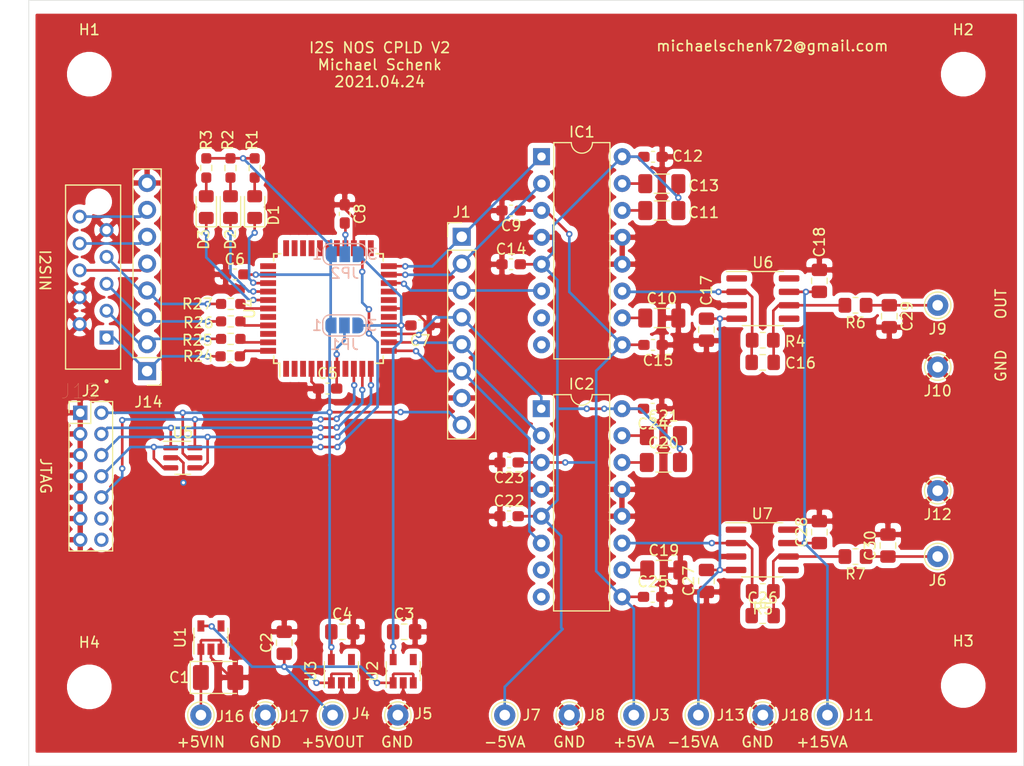
<source format=kicad_pcb>
(kicad_pcb (version 20171130) (host pcbnew "(5.1.9-0-10_14)")
  (layers (0 F.Cu mixed) (31 B.Cu mixed) (34 B.Paste user) (35 F.Paste user) (36 B.SilkS user) (37 F.SilkS user) (38 B.Mask user) (39 F.Mask user) (44 Edge.Cuts user))
  (net 0 "")
  (net 1 GND)
  (net 2 +3V3)
  (net 3 "Net-(D3-Pad2)")
  (net 4 "Net-(D3-Pad1)")
  (net 5 +1V8)
  (net 6 "Net-(C8-Pad2)")
  (net 7 "Net-(J14-Pad6)")
  (net 8 "Net-(J14-Pad5)")
  (net 9 "Net-(J14-Pad4)")
  (net 10 "Net-(J14-Pad3)")
  (net 11 "Net-(J14-Pad2)")
  (net 12 "Net-(J14-Pad1)")
  (net 13 "Net-(C1-Pad1)")
  (net 14 "Net-(C2-Pad1)")
  (net 15 "Net-(D1-Pad2)")
  (net 16 JTAG_TCK)
  (net 17 JTAG_TDO)
  (net 18 JTAG_TDI)
  (net 19 JTAG_TMS)
  (net 20 "Net-(C5-Pad2)")
  (net 21 MCLK)
  (net 22 "Net-(D1-Pad1)")
  (net 23 "Net-(D2-Pad2)")
  (net 24 "Net-(D2-Pad1)")
  (net 25 "Net-(J14-Pad7)")
  (net 26 BCK)
  (net 27 LRCK)
  (net 28 DATAIN)
  (net 29 DATAOUTR)
  (net 30 DATAOUTL)
  (net 31 +5VA)
  (net 32 "Net-(C10-Pad1)")
  (net 33 -5VA)
  (net 34 "Net-(C11-Pad1)")
  (net 35 "Net-(C12-Pad1)")
  (net 36 "Net-(C16-Pad2)")
  (net 37 "Net-(C16-Pad1)")
  (net 38 -15V)
  (net 39 +15V)
  (net 40 "Net-(C19-Pad1)")
  (net 41 "Net-(C20-Pad1)")
  (net 42 "Net-(C21-Pad1)")
  (net 43 "Net-(C26-Pad2)")
  (net 44 "Net-(C26-Pad1)")
  (net 45 LEOUTR)
  (net 46 CLKOUTR)
  (net 47 LEOUTL)
  (net 48 CLKOUTL)
  (net 49 "Net-(C29-Pad1)")
  (net 50 "Net-(C30-Pad1)")
  (module Package_SO:SC-74-6_1.5x2.9mm_P0.95mm (layer F.Cu) (at 122.497 97.8535)
    (fp_text reference U5 (at 0 -2.4) (layer F.SilkS))
    (fp_text value CM1293A−04SO)
    (pad 6 smd roundrect (at 1.1375 -0.95) (size 1.425 0.5) (layers F.Cu F.Paste F.Mask) (net 18 JTAG_TDI))
    (pad 5 smd roundrect (at 1.1375 0) (size 1.425 0.5) (layers F.Cu F.Paste F.Mask) (net 2 +3V3))
    (pad 4 smd roundrect (at 1.1375 0.95) (size 1.425 0.5) (layers F.Cu F.Paste F.Mask) (net 16 JTAG_TCK))
    (pad 3 smd roundrect (at -1.1375 0.95) (size 1.425 0.5) (layers F.Cu F.Paste F.Mask) (net 17 JTAG_TDO))
    (pad 2 smd roundrect (at -1.1375 0) (size 1.425 0.5) (layers F.Cu F.Paste F.Mask) (net 1 GND))
    (pad 1 smd roundrect (at -1.1375 -0.95) (size 1.425 0.5) (layers F.Cu F.Paste F.Mask) (net 19 JTAG_TMS))
  )
  (module Connector_PinHeader_2.00mm:PinHeader_2x07_P2.00mm_Vertical (layer F.Cu) (at 112.808 93.599)
    (fp_text reference J2 (at 1 -2.06) (layer F.SilkS))
    (fp_text value Conn_02x07_Odd_Even)
    (pad 14 thru_hole oval (at 2 12) (size 1.35 1.35) (drill 0.8) (layers *.Cu *.Mask))
    (pad 13 thru_hole oval (at 0 12) (size 1.35 1.35) (drill 0.8) (layers *.Cu *.Mask) (net 1 GND))
    (pad 12 thru_hole oval (at 2 10) (size 1.35 1.35) (drill 0.8) (layers *.Cu *.Mask))
    (pad 11 thru_hole oval (at 0 10) (size 1.35 1.35) (drill 0.8) (layers *.Cu *.Mask) (net 1 GND))
    (pad 10 thru_hole oval (at 2 8) (size 1.35 1.35) (drill 0.8) (layers *.Cu *.Mask) (net 18 JTAG_TDI))
    (pad 9 thru_hole oval (at 0 8) (size 1.35 1.35) (drill 0.8) (layers *.Cu *.Mask) (net 1 GND))
    (pad 8 thru_hole oval (at 2 6) (size 1.35 1.35) (drill 0.8) (layers *.Cu *.Mask) (net 17 JTAG_TDO))
    (pad 7 thru_hole oval (at 0 6) (size 1.35 1.35) (drill 0.8) (layers *.Cu *.Mask) (net 1 GND))
    (pad 6 thru_hole oval (at 2 4) (size 1.35 1.35) (drill 0.8) (layers *.Cu *.Mask) (net 16 JTAG_TCK))
    (pad 5 thru_hole oval (at 0 4) (size 1.35 1.35) (drill 0.8) (layers *.Cu *.Mask) (net 1 GND))
    (pad 4 thru_hole oval (at 2 2) (size 1.35 1.35) (drill 0.8) (layers *.Cu *.Mask) (net 19 JTAG_TMS))
    (pad 3 thru_hole oval (at 0 2) (size 1.35 1.35) (drill 0.8) (layers *.Cu *.Mask) (net 1 GND))
    (pad 2 thru_hole oval (at 2 0) (size 1.35 1.35) (drill 0.8) (layers *.Cu *.Mask) (net 2 +3V3))
    (pad 1 thru_hole rect (at 0 0) (size 1.35 1.35) (drill 0.8) (layers *.Cu *.Mask) (net 1 GND))
  )
  (module Resistor_SMD:R_0805_2012Metric_Pad1.20x1.40mm_HandSolder (layer F.Cu) (at 186.039 107.188 180)
    (fp_text reference R7 (at 0 -1.65) (layer F.SilkS))
    (fp_text value 2.5k)
    (pad 2 smd roundrect (at 1 0 180) (size 1.2 1.4) (layers F.Cu F.Paste F.Mask) (roundrect_rratio 0.2083325) (net 43 "Net-(C26-Pad2)"))
    (pad 1 smd roundrect (at -1 0 180) (size 1.2 1.4) (layers F.Cu F.Paste F.Mask) (roundrect_rratio 0.2083325) (net 50 "Net-(C30-Pad1)"))
  )
  (module Resistor_SMD:R_0805_2012Metric_Pad1.20x1.40mm_HandSolder (layer F.Cu) (at 186.039 83.439 180)
    (fp_text reference R6 (at 0 -1.65) (layer F.SilkS))
    (fp_text value 470R)
    (pad 2 smd roundrect (at 1 0 180) (size 1.2 1.4) (layers F.Cu F.Paste F.Mask) (roundrect_rratio 0.2083325) (net 36 "Net-(C16-Pad2)"))
    (pad 1 smd roundrect (at -1 0 180) (size 1.2 1.4) (layers F.Cu F.Paste F.Mask) (roundrect_rratio 0.2083325) (net 49 "Net-(C29-Pad1)"))
  )
  (module Capacitor_SMD:C_0805_2012Metric_Pad1.18x1.45mm_HandSolder (layer F.Cu) (at 189.103 106.1505 90)
    (fp_text reference C30 (at 0 -1.68 90) (layer F.SilkS))
    (fp_text value 2n2)
    (pad 2 smd roundrect (at 1.0375 0 90) (size 1.175 1.45) (layers F.Cu F.Paste F.Mask) (roundrect_rratio 0.2127659574468085) (net 1 GND))
    (pad 1 smd roundrect (at -1.0375 0 90) (size 1.175 1.45) (layers F.Cu F.Paste F.Mask) (roundrect_rratio 0.2127659574468085) (net 50 "Net-(C30-Pad1)"))
  )
  (module Capacitor_SMD:C_0805_2012Metric_Pad1.18x1.45mm_HandSolder (layer F.Cu) (at 189.23 84.4765 270)
    (fp_text reference C29 (at 0 -1.68 90) (layer F.SilkS))
    (fp_text value 2n2)
    (pad 2 smd roundrect (at 1.0375 0 270) (size 1.175 1.45) (layers F.Cu F.Paste F.Mask) (roundrect_rratio 0.2127659574468085) (net 1 GND))
    (pad 1 smd roundrect (at -1.0375 0 270) (size 1.175 1.45) (layers F.Cu F.Paste F.Mask) (roundrect_rratio 0.2127659574468085) (net 49 "Net-(C29-Pad1)"))
  )
  (module Connector_PinHeader_2.54mm:PinHeader_1x08_P2.54mm_Vertical (layer F.Cu) (at 148.844 76.962)
    (fp_text reference J1 (at 0 -2.33) (layer F.SilkS))
    (fp_text value Conn_01x08_Male)
    (pad 8 thru_hole oval (at 0 17.78) (size 1.7 1.7) (drill 1) (layers *.Cu *.Mask) (net 2 +3V3))
    (pad 7 thru_hole oval (at 0 15.24) (size 1.7 1.7) (drill 1) (layers *.Cu *.Mask) (net 1 GND))
    (pad 6 thru_hole oval (at 0 12.7) (size 1.7 1.7) (drill 1) (layers *.Cu *.Mask) (net 47 LEOUTL))
    (pad 5 thru_hole oval (at 0 10.16) (size 1.7 1.7) (drill 1) (layers *.Cu *.Mask) (net 48 CLKOUTL))
    (pad 4 thru_hole oval (at 0 7.62) (size 1.7 1.7) (drill 1) (layers *.Cu *.Mask) (net 30 DATAOUTL))
    (pad 3 thru_hole oval (at 0 5.08) (size 1.7 1.7) (drill 1) (layers *.Cu *.Mask) (net 45 LEOUTR))
    (pad 2 thru_hole oval (at 0 2.54) (size 1.7 1.7) (drill 1) (layers *.Cu *.Mask) (net 46 CLKOUTR))
    (pad 1 thru_hole rect (at 0 0) (size 1.7 1.7) (drill 1) (layers *.Cu *.Mask) (net 29 DATAOUTR))
  )
  (module Package_SO:SOIC-8_3.9x4.9mm_P1.27mm (layer F.Cu) (at 177.227 106.553)
    (fp_text reference U7 (at 0 -3.4) (layer F.SilkS))
    (fp_text value OPA1641)
    (pad 8 smd roundrect (at 2.475 -1.905) (size 1.95 0.6) (layers F.Cu F.Paste F.Mask))
    (pad 7 smd roundrect (at 2.475 -0.635) (size 1.95 0.6) (layers F.Cu F.Paste F.Mask) (net 39 +15V))
    (pad 6 smd roundrect (at 2.475 0.635) (size 1.95 0.6) (layers F.Cu F.Paste F.Mask) (net 43 "Net-(C26-Pad2)"))
    (pad 5 smd roundrect (at 2.475 1.905) (size 1.95 0.6) (layers F.Cu F.Paste F.Mask))
    (pad 4 smd roundrect (at -2.475 1.905) (size 1.95 0.6) (layers F.Cu F.Paste F.Mask) (net 38 -15V))
    (pad 3 smd roundrect (at -2.475 0.635) (size 1.95 0.6) (layers F.Cu F.Paste F.Mask) (net 1 GND))
    (pad 2 smd roundrect (at -2.475 -0.635) (size 1.95 0.6) (layers F.Cu F.Paste F.Mask) (net 44 "Net-(C26-Pad1)"))
    (pad 1 smd roundrect (at -2.475 -1.905) (size 1.95 0.6) (layers F.Cu F.Paste F.Mask))
  )
  (module Resistor_SMD:R_0805_2012Metric_Pad1.20x1.40mm_HandSolder (layer F.Cu) (at 177.276 110.49 180)
    (fp_text reference R5 (at 0 -1.65) (layer F.SilkS))
    (fp_text value 2.5k)
    (pad 2 smd roundrect (at 1 0 180) (size 1.2 1.4) (layers F.Cu F.Paste F.Mask) (roundrect_rratio 0.2083325) (net 44 "Net-(C26-Pad1)"))
    (pad 1 smd roundrect (at -1 0 180) (size 1.2 1.4) (layers F.Cu F.Paste F.Mask) (roundrect_rratio 0.2083325) (net 43 "Net-(C26-Pad2)"))
  )
  (module Connector_Pin:Pin_D1.0mm_L10.0mm (layer F.Cu) (at 193.802 100.965)
    (fp_text reference J12 (at 0 2.25) (layer F.SilkS))
    (fp_text value GND)
    (pad 1 thru_hole circle (at 0 0) (size 2 2) (drill 1) (layers *.Cu *.Mask) (net 1 GND))
  )
  (module Connector_Pin:Pin_D1.0mm_L10.0mm (layer F.Cu) (at 193.802 107.188)
    (fp_text reference J6 (at 0 2.25) (layer F.SilkS))
    (fp_text value OUT)
    (pad 1 thru_hole circle (at 0 0) (size 2 2) (drill 1) (layers *.Cu *.Mask) (net 50 "Net-(C30-Pad1)"))
  )
  (module Package_DIP:DIP-16_W7.62mm (layer F.Cu) (at 156.358 93.218)
    (fp_text reference IC2 (at 3.81 -2.33) (layer F.SilkS))
    (fp_text value PCM1702P)
    (pad 16 thru_hole oval (at 7.62 0) (size 1.6 1.6) (drill 0.8) (layers *.Cu *.Mask) (net 33 -5VA))
    (pad 8 thru_hole oval (at 0 17.78) (size 1.6 1.6) (drill 0.8) (layers *.Cu *.Mask))
    (pad 15 thru_hole oval (at 7.62 2.54) (size 1.6 1.6) (drill 0.8) (layers *.Cu *.Mask) (net 42 "Net-(C21-Pad1)"))
    (pad 7 thru_hole oval (at 0 15.24) (size 1.6 1.6) (drill 0.8) (layers *.Cu *.Mask))
    (pad 14 thru_hole oval (at 7.62 5.08) (size 1.6 1.6) (drill 0.8) (layers *.Cu *.Mask) (net 41 "Net-(C20-Pad1)"))
    (pad 6 thru_hole oval (at 0 12.7) (size 1.6 1.6) (drill 0.8) (layers *.Cu *.Mask) (net 47 LEOUTL))
    (pad 13 thru_hole oval (at 7.62 7.62) (size 1.6 1.6) (drill 0.8) (layers *.Cu *.Mask) (net 1 GND))
    (pad 5 thru_hole oval (at 0 10.16) (size 1.6 1.6) (drill 0.8) (layers *.Cu *.Mask) (net 33 -5VA))
    (pad 12 thru_hole oval (at 7.62 10.16) (size 1.6 1.6) (drill 0.8) (layers *.Cu *.Mask) (net 1 GND))
    (pad 4 thru_hole oval (at 0 7.62) (size 1.6 1.6) (drill 0.8) (layers *.Cu *.Mask) (net 1 GND))
    (pad 11 thru_hole oval (at 7.62 12.7) (size 1.6 1.6) (drill 0.8) (layers *.Cu *.Mask) (net 44 "Net-(C26-Pad1)"))
    (pad 3 thru_hole oval (at 0 5.08) (size 1.6 1.6) (drill 0.8) (layers *.Cu *.Mask) (net 31 +5VA))
    (pad 10 thru_hole oval (at 7.62 15.24) (size 1.6 1.6) (drill 0.8) (layers *.Cu *.Mask) (net 40 "Net-(C19-Pad1)"))
    (pad 2 thru_hole oval (at 0 2.54) (size 1.6 1.6) (drill 0.8) (layers *.Cu *.Mask) (net 48 CLKOUTL))
    (pad 9 thru_hole oval (at 7.62 17.78) (size 1.6 1.6) (drill 0.8) (layers *.Cu *.Mask) (net 31 +5VA))
    (pad 1 thru_hole rect (at 0 0) (size 1.6 1.6) (drill 0.8) (layers *.Cu *.Mask) (net 30 DATAOUTL))
  )
  (module Capacitor_SMD:C_0805_2012Metric_Pad1.18x1.45mm_HandSolder (layer F.Cu) (at 182.626 104.8805 90)
    (fp_text reference C28 (at 0 -1.68 90) (layer F.SilkS))
    (fp_text value 1uF)
    (pad 2 smd roundrect (at 1.0375 0 90) (size 1.175 1.45) (layers F.Cu F.Paste F.Mask) (roundrect_rratio 0.2127659574468085) (net 1 GND))
    (pad 1 smd roundrect (at -1.0375 0 90) (size 1.175 1.45) (layers F.Cu F.Paste F.Mask) (roundrect_rratio 0.2127659574468085) (net 39 +15V))
  )
  (module Capacitor_SMD:C_0805_2012Metric_Pad1.18x1.45mm_HandSolder (layer F.Cu) (at 171.958 109.4955 90)
    (fp_text reference C27 (at 0 -1.68 90) (layer F.SilkS))
    (fp_text value 1uF)
    (pad 2 smd roundrect (at 1.0375 0 90) (size 1.175 1.45) (layers F.Cu F.Paste F.Mask) (roundrect_rratio 0.2127659574468085) (net 38 -15V))
    (pad 1 smd roundrect (at -1.0375 0 90) (size 1.175 1.45) (layers F.Cu F.Paste F.Mask) (roundrect_rratio 0.2127659574468085) (net 1 GND))
  )
  (module Capacitor_SMD:C_0805_2012Metric_Pad1.18x1.45mm_HandSolder (layer F.Cu) (at 177.2705 112.776)
    (fp_text reference C26 (at 0 -1.68) (layer F.SilkS))
    (fp_text value 220pF)
    (pad 2 smd roundrect (at 1.0375 0) (size 1.175 1.45) (layers F.Cu F.Paste F.Mask) (roundrect_rratio 0.2127659574468085) (net 43 "Net-(C26-Pad2)"))
    (pad 1 smd roundrect (at -1.0375 0) (size 1.175 1.45) (layers F.Cu F.Paste F.Mask) (roundrect_rratio 0.2127659574468085) (net 44 "Net-(C26-Pad1)"))
  )
  (module Capacitor_SMD:C_0603_1608Metric_Pad1.08x0.95mm_HandSolder (layer F.Cu) (at 166.878 110.998)
    (fp_text reference C25 (at 0 -1.43) (layer F.SilkS))
    (fp_text value 3.3uF)
    (pad 2 smd roundrect (at 0.8625 0) (size 1.075 0.95) (layers F.Cu F.Paste F.Mask) (net 1 GND))
    (pad 1 smd roundrect (at -0.8625 0) (size 1.075 0.95) (layers F.Cu F.Paste F.Mask) (net 31 +5VA))
  )
  (module Capacitor_SMD:C_0603_1608Metric_Pad1.08x0.95mm_HandSolder (layer F.Cu) (at 166.878 93.218 180)
    (fp_text reference C24 (at 0 -1.43) (layer F.SilkS))
    (fp_text value 3.3uF)
    (pad 2 smd roundrect (at 0.8625 0 180) (size 1.075 0.95) (layers F.Cu F.Paste F.Mask) (net 33 -5VA))
    (pad 1 smd roundrect (at -0.8625 0 180) (size 1.075 0.95) (layers F.Cu F.Paste F.Mask) (net 1 GND))
  )
  (module Capacitor_SMD:C_0603_1608Metric_Pad1.08x0.95mm_HandSolder (layer F.Cu) (at 153.3155 98.298 180)
    (fp_text reference C23 (at 0 -1.43) (layer F.SilkS))
    (fp_text value 3.3uF)
    (pad 2 smd roundrect (at 0.8625 0 180) (size 1.075 0.95) (layers F.Cu F.Paste F.Mask) (net 1 GND))
    (pad 1 smd roundrect (at -0.8625 0 180) (size 1.075 0.95) (layers F.Cu F.Paste F.Mask) (net 31 +5VA))
  )
  (module Capacitor_SMD:C_0603_1608Metric_Pad1.08x0.95mm_HandSolder (layer F.Cu) (at 153.3155 103.378)
    (fp_text reference C22 (at 0 -1.43) (layer F.SilkS))
    (fp_text value 3.3uF)
    (pad 2 smd roundrect (at 0.8625 0) (size 1.075 0.95) (layers F.Cu F.Paste F.Mask) (net 33 -5VA))
    (pad 1 smd roundrect (at -0.8625 0) (size 1.075 0.95) (layers F.Cu F.Paste F.Mask) (net 1 GND))
  )
  (module Capacitor_SMD:C_1206_3216Metric_Pad1.33x1.80mm_HandSolder (layer F.Cu) (at 167.894 95.758)
    (fp_text reference C21 (at 0 -1.85) (layer F.SilkS))
    (fp_text value 100uF)
    (pad 2 smd roundrect (at 1.5625 0) (size 1.325 1.8) (layers F.Cu F.Paste F.Mask) (roundrect_rratio 0.1886784905660377) (net 33 -5VA))
    (pad 1 smd roundrect (at -1.5625 0) (size 1.325 1.8) (layers F.Cu F.Paste F.Mask) (roundrect_rratio 0.1886784905660377) (net 42 "Net-(C21-Pad1)"))
  )
  (module Capacitor_SMD:C_1206_3216Metric_Pad1.33x1.80mm_HandSolder (layer F.Cu) (at 167.894 98.298)
    (fp_text reference C20 (at 0 -1.85) (layer F.SilkS))
    (fp_text value 100uF)
    (pad 2 smd roundrect (at 1.5625 0) (size 1.325 1.8) (layers F.Cu F.Paste F.Mask) (roundrect_rratio 0.1886784905660377) (net 33 -5VA))
    (pad 1 smd roundrect (at -1.5625 0) (size 1.325 1.8) (layers F.Cu F.Paste F.Mask) (roundrect_rratio 0.1886784905660377) (net 41 "Net-(C20-Pad1)"))
  )
  (module Capacitor_SMD:C_1206_3216Metric_Pad1.33x1.80mm_HandSolder (layer F.Cu) (at 167.9325 108.458)
    (fp_text reference C19 (at 0 -1.85) (layer F.SilkS))
    (fp_text value 100uF)
    (pad 2 smd roundrect (at 1.5625 0) (size 1.325 1.8) (layers F.Cu F.Paste F.Mask) (roundrect_rratio 0.1886784905660377) (net 1 GND))
    (pad 1 smd roundrect (at -1.5625 0) (size 1.325 1.8) (layers F.Cu F.Paste F.Mask) (roundrect_rratio 0.1886784905660377) (net 40 "Net-(C19-Pad1)"))
  )
  (module Package_SO:SOIC-8_3.9x4.9mm_P1.27mm (layer F.Cu) (at 177.2905 82.804)
    (fp_text reference U6 (at 0 -3.4) (layer F.SilkS))
    (fp_text value OPA1641)
    (pad 8 smd roundrect (at 2.475 -1.905) (size 1.95 0.6) (layers F.Cu F.Paste F.Mask))
    (pad 7 smd roundrect (at 2.475 -0.635) (size 1.95 0.6) (layers F.Cu F.Paste F.Mask) (net 39 +15V))
    (pad 6 smd roundrect (at 2.475 0.635) (size 1.95 0.6) (layers F.Cu F.Paste F.Mask) (net 36 "Net-(C16-Pad2)"))
    (pad 5 smd roundrect (at 2.475 1.905) (size 1.95 0.6) (layers F.Cu F.Paste F.Mask))
    (pad 4 smd roundrect (at -2.475 1.905) (size 1.95 0.6) (layers F.Cu F.Paste F.Mask) (net 38 -15V))
    (pad 3 smd roundrect (at -2.475 0.635) (size 1.95 0.6) (layers F.Cu F.Paste F.Mask) (net 1 GND))
    (pad 2 smd roundrect (at -2.475 -0.635) (size 1.95 0.6) (layers F.Cu F.Paste F.Mask) (net 37 "Net-(C16-Pad1)"))
    (pad 1 smd roundrect (at -2.475 -1.905) (size 1.95 0.6) (layers F.Cu F.Paste F.Mask))
  )
  (module Resistor_SMD:R_0805_2012Metric_Pad1.20x1.40mm_HandSolder (layer F.Cu) (at 177.276 86.741 180)
    (fp_text reference R4 (at -3.064 -0.127) (layer F.SilkS))
    (fp_text value 2.5k)
    (pad 2 smd roundrect (at 1 0 180) (size 1.2 1.4) (layers F.Cu F.Paste F.Mask) (roundrect_rratio 0.2083325) (net 37 "Net-(C16-Pad1)"))
    (pad 1 smd roundrect (at -1 0 180) (size 1.2 1.4) (layers F.Cu F.Paste F.Mask) (roundrect_rratio 0.2083325) (net 36 "Net-(C16-Pad2)"))
  )
  (module Connector_Pin:Pin_D1.0mm_L10.0mm (layer F.Cu) (at 177.292 122.174)
    (fp_text reference J18 (at 3.048 0) (layer F.SilkS))
    (fp_text value GND)
    (pad 1 thru_hole circle (at 0 0) (size 2 2) (drill 1) (layers *.Cu *.Mask) (net 1 GND))
  )
  (module Connector_Pin:Pin_D1.0mm_L10.0mm (layer F.Cu) (at 171.196 122.174)
    (fp_text reference J13 (at 3.048 0) (layer F.SilkS))
    (fp_text value -15VAIN)
    (pad 1 thru_hole circle (at 0 0) (size 2 2) (drill 1) (layers *.Cu *.Mask) (net 38 -15V))
  )
  (module Connector_Pin:Pin_D1.0mm_L10.0mm (layer F.Cu) (at 183.388 122.174)
    (fp_text reference J11 (at 3.048 0) (layer F.SilkS))
    (fp_text value +15VAIN)
    (pad 1 thru_hole circle (at 0 0) (size 2 2) (drill 1) (layers *.Cu *.Mask) (net 39 +15V))
  )
  (module Connector_Pin:Pin_D1.0mm_L10.0mm (layer F.Cu) (at 193.802 89.281)
    (fp_text reference J10 (at 0 2.25) (layer F.SilkS))
    (fp_text value GND)
    (pad 1 thru_hole circle (at 0 0) (size 2 2) (drill 1) (layers *.Cu *.Mask) (net 1 GND))
  )
  (module Connector_Pin:Pin_D1.0mm_L10.0mm (layer F.Cu) (at 193.802 83.439)
    (fp_text reference J9 (at 0 2.25) (layer F.SilkS))
    (fp_text value OUT)
    (pad 1 thru_hole circle (at 0 0) (size 2 2) (drill 1) (layers *.Cu *.Mask) (net 49 "Net-(C29-Pad1)"))
  )
  (module Capacitor_SMD:C_0805_2012Metric_Pad1.18x1.45mm_HandSolder (layer F.Cu) (at 182.626 81.1315 90)
    (fp_text reference C18 (at 3.6615 0 90) (layer F.SilkS))
    (fp_text value 1uF)
    (pad 2 smd roundrect (at 1.0375 0 90) (size 1.175 1.45) (layers F.Cu F.Paste F.Mask) (roundrect_rratio 0.2127659574468085) (net 1 GND))
    (pad 1 smd roundrect (at -1.0375 0 90) (size 1.175 1.45) (layers F.Cu F.Paste F.Mask) (roundrect_rratio 0.2127659574468085) (net 39 +15V))
  )
  (module Capacitor_SMD:C_0805_2012Metric_Pad1.18x1.45mm_HandSolder (layer F.Cu) (at 171.958 85.7465 90)
    (fp_text reference C17 (at 3.7045 0 90) (layer F.SilkS))
    (fp_text value 1uF)
    (pad 2 smd roundrect (at 1.0375 0 90) (size 1.175 1.45) (layers F.Cu F.Paste F.Mask) (roundrect_rratio 0.2127659574468085) (net 38 -15V))
    (pad 1 smd roundrect (at -1.0375 0 90) (size 1.175 1.45) (layers F.Cu F.Paste F.Mask) (roundrect_rratio 0.2127659574468085) (net 1 GND))
  )
  (module Capacitor_SMD:C_0805_2012Metric_Pad1.18x1.45mm_HandSolder (layer F.Cu) (at 177.2705 88.8365)
    (fp_text reference C16 (at 3.5775 0.0635) (layer F.SilkS))
    (fp_text value 220pF)
    (pad 2 smd roundrect (at 1.0375 0) (size 1.175 1.45) (layers F.Cu F.Paste F.Mask) (roundrect_rratio 0.2127659574468085) (net 36 "Net-(C16-Pad2)"))
    (pad 1 smd roundrect (at -1.0375 0) (size 1.175 1.45) (layers F.Cu F.Paste F.Mask) (roundrect_rratio 0.2127659574468085) (net 37 "Net-(C16-Pad1)"))
  )
  (module Connector_Pin:Pin_D1.0mm_L10.0mm (layer F.Cu) (at 159.004 122.174)
    (fp_text reference J8 (at 2.54 0) (layer F.SilkS))
    (fp_text value GND)
    (pad 1 thru_hole circle (at 0 0) (size 2 2) (drill 1) (layers *.Cu *.Mask) (net 1 GND))
  )
  (module Connector_Pin:Pin_D1.0mm_L10.0mm (layer F.Cu) (at 152.908 122.174)
    (fp_text reference J7 (at 2.54 0) (layer F.SilkS))
    (fp_text value -5VAIN)
    (pad 1 thru_hole circle (at 0 0) (size 2 2) (drill 1) (layers *.Cu *.Mask) (net 33 -5VA))
  )
  (module Connector_Pin:Pin_D1.0mm_L10.0mm (layer F.Cu) (at 165.1 122.174)
    (fp_text reference J3 (at 2.54 0) (layer F.SilkS))
    (fp_text value +5VAIN)
    (pad 1 thru_hole circle (at 0 0) (size 2 2) (drill 1) (layers *.Cu *.Mask) (net 31 +5VA))
  )
  (module Capacitor_SMD:C_0603_1608Metric_Pad1.08x0.95mm_HandSolder (layer F.Cu) (at 166.915 87.1855)
    (fp_text reference C15 (at 0.471 1.4605) (layer F.SilkS))
    (fp_text value 3.3uF)
    (pad 2 smd roundrect (at 0.8625 0) (size 1.075 0.95) (layers F.Cu F.Paste F.Mask) (net 1 GND))
    (pad 1 smd roundrect (at -0.8625 0) (size 1.075 0.95) (layers F.Cu F.Paste F.Mask) (net 31 +5VA))
  )
  (module Capacitor_SMD:C_0603_1608Metric_Pad1.08x0.95mm_HandSolder (layer F.Cu) (at 153.506 79.5655)
    (fp_text reference C14 (at 0 -1.43) (layer F.SilkS))
    (fp_text value 3.3uF)
    (pad 2 smd roundrect (at 0.8625 0) (size 1.075 0.95) (layers F.Cu F.Paste F.Mask) (net 33 -5VA))
    (pad 1 smd roundrect (at -0.8625 0) (size 1.075 0.95) (layers F.Cu F.Paste F.Mask) (net 1 GND))
  )
  (module Capacitor_SMD:C_0603_1608Metric_Pad1.08x0.95mm_HandSolder (layer F.Cu) (at 166.915 69.4055 180)
    (fp_text reference C13 (at -4.789 -2.7305) (layer F.SilkS))
    (fp_text value 3.3uF)
    (pad 2 smd roundrect (at 0.8625 0 180) (size 1.075 0.95) (layers F.Cu F.Paste F.Mask) (net 33 -5VA))
    (pad 1 smd roundrect (at -0.8625 0 180) (size 1.075 0.95) (layers F.Cu F.Paste F.Mask) (net 1 GND))
  )
  (module Capacitor_SMD:C_1206_3216Metric_Pad1.33x1.80mm_HandSolder (layer F.Cu) (at 167.742 71.9455)
    (fp_text reference C12 (at 2.438 -2.6035) (layer F.SilkS))
    (fp_text value 100uF)
    (pad 2 smd roundrect (at 1.5625 0) (size 1.325 1.8) (layers F.Cu F.Paste F.Mask) (roundrect_rratio 0.1886784905660377) (net 33 -5VA))
    (pad 1 smd roundrect (at -1.5625 0) (size 1.325 1.8) (layers F.Cu F.Paste F.Mask) (roundrect_rratio 0.1886784905660377) (net 35 "Net-(C12-Pad1)"))
  )
  (module Capacitor_SMD:C_1206_3216Metric_Pad1.33x1.80mm_HandSolder (layer F.Cu) (at 167.742 74.4855)
    (fp_text reference C11 (at 3.962 0.1905) (layer F.SilkS))
    (fp_text value 100uF)
    (pad 2 smd roundrect (at 1.5625 0) (size 1.325 1.8) (layers F.Cu F.Paste F.Mask) (roundrect_rratio 0.1886784905660377) (net 33 -5VA))
    (pad 1 smd roundrect (at -1.5625 0) (size 1.325 1.8) (layers F.Cu F.Paste F.Mask) (roundrect_rratio 0.1886784905660377) (net 34 "Net-(C11-Pad1)"))
  )
  (module Capacitor_SMD:C_1206_3216Metric_Pad1.33x1.80mm_HandSolder (layer F.Cu) (at 167.742 84.6455)
    (fp_text reference C10 (at 0 -1.85) (layer F.SilkS))
    (fp_text value 100uF)
    (pad 2 smd roundrect (at 1.5625 0) (size 1.325 1.8) (layers F.Cu F.Paste F.Mask) (roundrect_rratio 0.1886784905660377) (net 1 GND))
    (pad 1 smd roundrect (at -1.5625 0) (size 1.325 1.8) (layers F.Cu F.Paste F.Mask) (roundrect_rratio 0.1886784905660377) (net 32 "Net-(C10-Pad1)"))
  )
  (module Capacitor_SMD:C_0603_1608Metric_Pad1.08x0.95mm_HandSolder (layer F.Cu) (at 153.506 74.4855 180)
    (fp_text reference C9 (at 0 -1.43) (layer F.SilkS))
    (fp_text value 3.3uF)
    (pad 2 smd roundrect (at 0.8625 0 180) (size 1.075 0.95) (layers F.Cu F.Paste F.Mask) (net 1 GND))
    (pad 1 smd roundrect (at -0.8625 0 180) (size 1.075 0.95) (layers F.Cu F.Paste F.Mask) (net 31 +5VA))
  )
  (module Capacitor_SMD:C_0805_2012Metric_Pad1.18x1.45mm_HandSolder (layer F.Cu) (at 137.5625 114.3)
    (fp_text reference C4 (at 0 -1.68) (layer F.SilkS))
    (fp_text value 10uF)
    (pad 2 smd roundrect (at 1.0375 0) (size 1.175 1.45) (layers F.Cu F.Paste F.Mask) (roundrect_rratio 0.2127659574468085) (net 1 GND))
    (pad 1 smd roundrect (at -1.0375 0) (size 1.175 1.45) (layers F.Cu F.Paste F.Mask) (roundrect_rratio 0.2127659574468085) (net 2 +3V3))
  )
  (module Capacitor_SMD:C_0805_2012Metric_Pad1.18x1.45mm_HandSolder (layer F.Cu) (at 143.4045 114.3)
    (fp_text reference C3 (at 0 -1.68) (layer F.SilkS))
    (fp_text value 10uF)
    (pad 2 smd roundrect (at 1.0375 0) (size 1.175 1.45) (layers F.Cu F.Paste F.Mask) (roundrect_rratio 0.2127659574468085) (net 1 GND))
    (pad 1 smd roundrect (at -1.0375 0) (size 1.175 1.45) (layers F.Cu F.Paste F.Mask) (roundrect_rratio 0.2127659574468085) (net 5 +1V8))
  )
  (module Capacitor_SMD:C_0805_2012Metric_Pad1.18x1.45mm_HandSolder (layer F.Cu) (at 132.08 115.3375 90)
    (fp_text reference C2 (at 0 -1.68 90) (layer F.SilkS))
    (fp_text value 10uF)
    (pad 2 smd roundrect (at 1.0375 0 90) (size 1.175 1.45) (layers F.Cu F.Paste F.Mask) (roundrect_rratio 0.2127659574468085) (net 1 GND))
    (pad 1 smd roundrect (at -1.0375 0 90) (size 1.175 1.45) (layers F.Cu F.Paste F.Mask) (roundrect_rratio 0.2127659574468085) (net 14 "Net-(C2-Pad1)"))
  )
  (module Package_DIP:DIP-16_W7.62mm (layer F.Cu) (at 156.382501 69.393001)
    (fp_text reference IC1 (at 3.81 -2.33) (layer F.SilkS))
    (fp_text value PCM1702P)
    (pad 16 thru_hole oval (at 7.62 0) (size 1.6 1.6) (drill 0.8) (layers *.Cu *.Mask) (net 33 -5VA))
    (pad 8 thru_hole oval (at 0 17.78) (size 1.6 1.6) (drill 0.8) (layers *.Cu *.Mask))
    (pad 15 thru_hole oval (at 7.62 2.54) (size 1.6 1.6) (drill 0.8) (layers *.Cu *.Mask) (net 35 "Net-(C12-Pad1)"))
    (pad 7 thru_hole oval (at 0 15.24) (size 1.6 1.6) (drill 0.8) (layers *.Cu *.Mask))
    (pad 14 thru_hole oval (at 7.62 5.08) (size 1.6 1.6) (drill 0.8) (layers *.Cu *.Mask) (net 34 "Net-(C11-Pad1)"))
    (pad 6 thru_hole oval (at 0 12.7) (size 1.6 1.6) (drill 0.8) (layers *.Cu *.Mask) (net 45 LEOUTR))
    (pad 13 thru_hole oval (at 7.62 7.62) (size 1.6 1.6) (drill 0.8) (layers *.Cu *.Mask) (net 1 GND))
    (pad 5 thru_hole oval (at 0 10.16) (size 1.6 1.6) (drill 0.8) (layers *.Cu *.Mask) (net 33 -5VA))
    (pad 12 thru_hole oval (at 7.62 10.16) (size 1.6 1.6) (drill 0.8) (layers *.Cu *.Mask) (net 1 GND))
    (pad 4 thru_hole oval (at 0 7.62) (size 1.6 1.6) (drill 0.8) (layers *.Cu *.Mask) (net 1 GND))
    (pad 11 thru_hole oval (at 7.62 12.7) (size 1.6 1.6) (drill 0.8) (layers *.Cu *.Mask) (net 37 "Net-(C16-Pad1)"))
    (pad 3 thru_hole oval (at 0 5.08) (size 1.6 1.6) (drill 0.8) (layers *.Cu *.Mask) (net 31 +5VA))
    (pad 10 thru_hole oval (at 7.62 15.24) (size 1.6 1.6) (drill 0.8) (layers *.Cu *.Mask) (net 32 "Net-(C10-Pad1)"))
    (pad 2 thru_hole oval (at 0 2.54) (size 1.6 1.6) (drill 0.8) (layers *.Cu *.Mask) (net 46 CLKOUTR))
    (pad 9 thru_hole oval (at 7.62 17.78) (size 1.6 1.6) (drill 0.8) (layers *.Cu *.Mask) (net 31 +5VA))
    (pad 1 thru_hole rect (at 0 0) (size 1.6 1.6) (drill 0.8) (layers *.Cu *.Mask) (net 29 DATAOUTR))
  )
  (module Resistor_SMD:R_0603_1608Metric_Pad0.98x0.95mm_HandSolder (layer F.Cu) (at 124.714 70.4615 270)
    (fp_text reference R3 (at -2.6435 0 90) (layer F.SilkS))
    (fp_text value 330R)
    (pad 2 smd roundrect (at 0.9125 0 270) (size 0.975 0.95) (layers F.Cu F.Paste F.Mask) (net 3 "Net-(D3-Pad2)"))
    (pad 1 smd roundrect (at -0.9125 0 270) (size 0.975 0.95) (layers F.Cu F.Paste F.Mask) (net 2 +3V3))
  )
  (module Resistor_SMD:R_0603_1608Metric_Pad0.98x0.95mm_HandSolder (layer F.Cu) (at 127 70.4615 270)
    (fp_text reference R2 (at -2.6435 0.254 90) (layer F.SilkS))
    (fp_text value 330R)
    (pad 2 smd roundrect (at 0.9125 0 270) (size 0.975 0.95) (layers F.Cu F.Paste F.Mask) (net 23 "Net-(D2-Pad2)"))
    (pad 1 smd roundrect (at -0.9125 0 270) (size 0.975 0.95) (layers F.Cu F.Paste F.Mask) (net 2 +3V3))
  )
  (module Resistor_SMD:R_0603_1608Metric_Pad0.98x0.95mm_HandSolder (layer F.Cu) (at 129.286 70.4615 270)
    (fp_text reference R1 (at -2.6435 0.254 90) (layer F.SilkS))
    (fp_text value 330R)
    (pad 2 smd roundrect (at 0.9125 0 270) (size 0.975 0.95) (layers F.Cu F.Paste F.Mask) (net 15 "Net-(D1-Pad2)"))
    (pad 1 smd roundrect (at -0.9125 0 270) (size 0.975 0.95) (layers F.Cu F.Paste F.Mask) (net 2 +3V3))
  )
  (module LED_SMD:LED_0805_2012Metric_Pad1.15x1.40mm_HandSolder (layer F.Cu) (at 124.714 74.159 90)
    (fp_text reference D3 (at -3.057 -0.254 90) (layer F.SilkS))
    (fp_text value LED)
    (pad 2 smd roundrect (at 1.025 0 90) (size 1.15 1.4) (layers F.Cu F.Paste F.Mask) (roundrect_rratio 0.2173904347826087) (net 3 "Net-(D3-Pad2)"))
    (pad 1 smd roundrect (at -1.025 0 90) (size 1.15 1.4) (layers F.Cu F.Paste F.Mask) (roundrect_rratio 0.2173904347826087) (net 4 "Net-(D3-Pad1)"))
  )
  (module LED_SMD:LED_0805_2012Metric_Pad1.15x1.40mm_HandSolder (layer F.Cu) (at 127 74.159 90)
    (fp_text reference D2 (at -3.057 0 90) (layer F.SilkS))
    (fp_text value LED)
    (pad 2 smd roundrect (at 1.025 0 90) (size 1.15 1.4) (layers F.Cu F.Paste F.Mask) (roundrect_rratio 0.2173904347826087) (net 23 "Net-(D2-Pad2)"))
    (pad 1 smd roundrect (at -1.025 0 90) (size 1.15 1.4) (layers F.Cu F.Paste F.Mask) (roundrect_rratio 0.2173904347826087) (net 24 "Net-(D2-Pad1)"))
  )
  (module LED_SMD:LED_0805_2012Metric_Pad1.15x1.40mm_HandSolder (layer F.Cu) (at 129.286 74.159 90)
    (fp_text reference D1 (at -0.771 1.778 90) (layer F.SilkS))
    (fp_text value LED)
    (pad 2 smd roundrect (at 1.025 0 90) (size 1.15 1.4) (layers F.Cu F.Paste F.Mask) (roundrect_rratio 0.2173904347826087) (net 15 "Net-(D1-Pad2)"))
    (pad 1 smd roundrect (at -1.025 0 90) (size 1.15 1.4) (layers F.Cu F.Paste F.Mask) (roundrect_rratio 0.2173904347826087) (net 22 "Net-(D1-Pad1)"))
  )
  (module Jumper:SolderJumper-3_P1.3mm_Open_RoundedPad1.0x1.5mm_NumberLabels (layer B.Cu) (at 137.795 78.613)
    (fp_text reference JP2 (at 0 1.8) (layer B.SilkS) (effects (justify mirror)))
    (fp_text value SolderJumper_3_Open)
    (fp_text user 1 (at -2.6 0) (layer B.SilkS) (effects (justify mirror)))
    (fp_text user 3 (at 2.6 0) (layer B.SilkS) (effects (justify mirror)))
    (pad 2 smd rect (at 0 0) (size 1 1.5) (layers B.Cu B.Mask) (net 6 "Net-(C8-Pad2)"))
    (pad 3 smd custom (at 1.3 0) (size 1 0.5) (layers B.Cu B.Mask) (net 5 +1V8) (options (clearance outline) (anchor rect)) (primitives (gr_circle (center 0 -0.25) (end 0.5 -0.25) (width 0)) (gr_circle (center 0 0.25) (end 0.5 0.25) (width 0)) (gr_poly (pts (xy -0.55 0.75) (xy 0 0.75) (xy 0 -0.75) (xy -0.55 -0.75)) (width 0))))
    (pad 1 smd custom (at -1.3 0) (size 1 0.5) (layers B.Cu B.Mask) (net 2 +3V3) (options (clearance outline) (anchor rect)) (primitives (gr_circle (center 0 -0.25) (end 0.5 -0.25) (width 0)) (gr_circle (center 0 0.25) (end 0.5 0.25) (width 0)) (gr_poly (pts (xy 0.55 0.75) (xy 0 0.75) (xy 0 -0.75) (xy 0.55 -0.75)) (width 0))))
  )
  (module Capacitor_SMD:C_0603_1608Metric_Pad1.08x0.95mm_HandSolder (layer F.Cu) (at 137.795 74.803 270)
    (fp_text reference C8 (at 0 -1.43 90) (layer F.SilkS))
    (fp_text value 100nF)
    (pad 2 smd roundrect (at 0.8625 0 270) (size 1.075 0.95) (layers F.Cu F.Paste F.Mask) (net 6 "Net-(C8-Pad2)"))
    (pad 1 smd roundrect (at -0.8625 0 270) (size 1.075 0.95) (layers F.Cu F.Paste F.Mask) (net 1 GND))
  )
  (module Capacitor_SMD:C_0603_1608Metric_Pad1.08x0.95mm_HandSolder (layer F.Cu) (at 144.907 85.344 180)
    (fp_text reference C7 (at 0 -1.43) (layer F.SilkS))
    (fp_text value 100nF)
    (pad 2 smd roundrect (at 0.8625 0 180) (size 1.075 0.95) (layers F.Cu F.Paste F.Mask) (net 5 +1V8))
    (pad 1 smd roundrect (at -0.8625 0 180) (size 1.075 0.95) (layers F.Cu F.Paste F.Mask) (net 1 GND))
  )
  (module Capacitor_SMD:C_0603_1608Metric_Pad1.08x0.95mm_HandSolder (layer F.Cu) (at 127.4075 80.518)
    (fp_text reference C6 (at 0 -1.43) (layer F.SilkS))
    (fp_text value 100nF)
    (pad 2 smd roundrect (at 0.8625 0) (size 1.075 0.95) (layers F.Cu F.Paste F.Mask) (net 2 +3V3))
    (pad 1 smd roundrect (at -0.8625 0) (size 1.075 0.95) (layers F.Cu F.Paste F.Mask) (net 1 GND))
  )
  (module Package_QFP:TQFP-44_10x10mm_P0.8mm (layer F.Cu) (at 136.256 83.744 90)
    (fp_text reference U4 (at 0 -7.45 90) (layer F.SilkS))
    (fp_text value XC2C64A-xVQ44)
    (pad 44 smd rect (at -4 -5.7 180) (size 1.5 0.55) (layers F.Cu F.Paste F.Mask) (net 21 MCLK))
    (pad 43 smd rect (at -3.2 -5.7 180) (size 1.5 0.55) (layers F.Cu F.Paste F.Mask) (net 26 BCK))
    (pad 42 smd rect (at -2.4 -5.7 180) (size 1.5 0.55) (layers F.Cu F.Paste F.Mask))
    (pad 41 smd rect (at -1.6 -5.7 180) (size 1.5 0.55) (layers F.Cu F.Paste F.Mask) (net 27 LRCK))
    (pad 40 smd rect (at -0.8 -5.7 180) (size 1.5 0.55) (layers F.Cu F.Paste F.Mask))
    (pad 39 smd rect (at 0 -5.7 180) (size 1.5 0.55) (layers F.Cu F.Paste F.Mask) (net 28 DATAIN))
    (pad 38 smd rect (at 0.8 -5.7 180) (size 1.5 0.55) (layers F.Cu F.Paste F.Mask) (net 4 "Net-(D3-Pad1)"))
    (pad 37 smd rect (at 1.6 -5.7 180) (size 1.5 0.55) (layers F.Cu F.Paste F.Mask) (net 24 "Net-(D2-Pad1)"))
    (pad 36 smd rect (at 2.4 -5.7 180) (size 1.5 0.55) (layers F.Cu F.Paste F.Mask) (net 22 "Net-(D1-Pad1)"))
    (pad 35 smd rect (at 3.2 -5.7 180) (size 1.5 0.55) (layers F.Cu F.Paste F.Mask) (net 2 +3V3))
    (pad 34 smd rect (at 4 -5.7 180) (size 1.5 0.55) (layers F.Cu F.Paste F.Mask))
    (pad 33 smd rect (at 5.7 -4 90) (size 1.5 0.55) (layers F.Cu F.Paste F.Mask))
    (pad 32 smd rect (at 5.7 -3.2 90) (size 1.5 0.55) (layers F.Cu F.Paste F.Mask))
    (pad 31 smd rect (at 5.7 -2.4 90) (size 1.5 0.55) (layers F.Cu F.Paste F.Mask))
    (pad 30 smd rect (at 5.7 -1.6 90) (size 1.5 0.55) (layers F.Cu F.Paste F.Mask))
    (pad 29 smd rect (at 5.7 -0.8 90) (size 1.5 0.55) (layers F.Cu F.Paste F.Mask))
    (pad 28 smd rect (at 5.7 0 90) (size 1.5 0.55) (layers F.Cu F.Paste F.Mask))
    (pad 27 smd rect (at 5.7 0.8 90) (size 1.5 0.55) (layers F.Cu F.Paste F.Mask))
    (pad 26 smd rect (at 5.7 1.6 90) (size 1.5 0.55) (layers F.Cu F.Paste F.Mask) (net 6 "Net-(C8-Pad2)"))
    (pad 25 smd rect (at 5.7 2.4 90) (size 1.5 0.55) (layers F.Cu F.Paste F.Mask) (net 1 GND))
    (pad 24 smd rect (at 5.7 3.2 90) (size 1.5 0.55) (layers F.Cu F.Paste F.Mask) (net 17 JTAG_TDO))
    (pad 23 smd rect (at 5.7 4 90) (size 1.5 0.55) (layers F.Cu F.Paste F.Mask))
    (pad 22 smd rect (at 4 5.7 180) (size 1.5 0.55) (layers F.Cu F.Paste F.Mask) (net 29 DATAOUTR))
    (pad 21 smd rect (at 3.2 5.7 180) (size 1.5 0.55) (layers F.Cu F.Paste F.Mask) (net 46 CLKOUTR))
    (pad 20 smd rect (at 2.4 5.7 180) (size 1.5 0.55) (layers F.Cu F.Paste F.Mask) (net 45 LEOUTR))
    (pad 19 smd rect (at 1.6 5.7 180) (size 1.5 0.55) (layers F.Cu F.Paste F.Mask))
    (pad 18 smd rect (at 0.8 5.7 180) (size 1.5 0.55) (layers F.Cu F.Paste F.Mask))
    (pad 17 smd rect (at 0 5.7 180) (size 1.5 0.55) (layers F.Cu F.Paste F.Mask) (net 1 GND))
    (pad 16 smd rect (at -0.8 5.7 180) (size 1.5 0.55) (layers F.Cu F.Paste F.Mask))
    (pad 15 smd rect (at -1.6 5.7 180) (size 1.5 0.55) (layers F.Cu F.Paste F.Mask) (net 5 +1V8))
    (pad 14 smd rect (at -2.4 5.7 180) (size 1.5 0.55) (layers F.Cu F.Paste F.Mask) (net 30 DATAOUTL))
    (pad 13 smd rect (at -3.2 5.7 180) (size 1.5 0.55) (layers F.Cu F.Paste F.Mask) (net 48 CLKOUTL))
    (pad 12 smd rect (at -4 5.7 180) (size 1.5 0.55) (layers F.Cu F.Paste F.Mask) (net 47 LEOUTL))
    (pad 11 smd rect (at -5.7 4 90) (size 1.5 0.55) (layers F.Cu F.Paste F.Mask) (net 16 JTAG_TCK))
    (pad 10 smd rect (at -5.7 3.2 90) (size 1.5 0.55) (layers F.Cu F.Paste F.Mask) (net 19 JTAG_TMS))
    (pad 9 smd rect (at -5.7 2.4 90) (size 1.5 0.55) (layers F.Cu F.Paste F.Mask) (net 18 JTAG_TDI))
    (pad 8 smd rect (at -5.7 1.6 90) (size 1.5 0.55) (layers F.Cu F.Paste F.Mask))
    (pad 7 smd rect (at -5.7 0.8 90) (size 1.5 0.55) (layers F.Cu F.Paste F.Mask) (net 20 "Net-(C5-Pad2)"))
    (pad 6 smd rect (at -5.7 0 90) (size 1.5 0.55) (layers F.Cu F.Paste F.Mask))
    (pad 5 smd rect (at -5.7 -0.8 90) (size 1.5 0.55) (layers F.Cu F.Paste F.Mask))
    (pad 4 smd rect (at -5.7 -1.6 90) (size 1.5 0.55) (layers F.Cu F.Paste F.Mask) (net 1 GND))
    (pad 3 smd rect (at -5.7 -2.4 90) (size 1.5 0.55) (layers F.Cu F.Paste F.Mask))
    (pad 2 smd rect (at -5.7 -3.2 90) (size 1.5 0.55) (layers F.Cu F.Paste F.Mask))
    (pad 1 smd rect (at -5.7 -4 90) (size 1.5 0.55) (layers F.Cu F.Paste F.Mask))
  )
  (module Package_TO_SOT_SMD:SOT-23-5 (layer F.Cu) (at 137.48 118.026 90)
    (fp_text reference U3 (at 0 -2.9 90) (layer F.SilkS))
    (fp_text value TC1185-3.3VCT713)
    (pad 5 smd rect (at 1.1 -0.95 90) (size 1.06 0.65) (layers F.Cu F.Paste F.Mask) (net 2 +3V3))
    (pad 4 smd rect (at 1.1 0.95 90) (size 1.06 0.65) (layers F.Cu F.Paste F.Mask))
    (pad 3 smd rect (at -1.1 0.95 90) (size 1.06 0.65) (layers F.Cu F.Paste F.Mask) (net 14 "Net-(C2-Pad1)"))
    (pad 2 smd rect (at -1.1 0 90) (size 1.06 0.65) (layers F.Cu F.Paste F.Mask) (net 1 GND))
    (pad 1 smd rect (at -1.1 -0.95 90) (size 1.06 0.65) (layers F.Cu F.Paste F.Mask) (net 14 "Net-(C2-Pad1)"))
  )
  (module Package_TO_SOT_SMD:SOT-23-5 (layer F.Cu) (at 143.317 118.026 90)
    (fp_text reference U2 (at 0 -2.9 90) (layer F.SilkS))
    (fp_text value TC1185-1.8VCT713)
    (pad 5 smd rect (at 1.1 -0.95 90) (size 1.06 0.65) (layers F.Cu F.Paste F.Mask) (net 5 +1V8))
    (pad 4 smd rect (at 1.1 0.95 90) (size 1.06 0.65) (layers F.Cu F.Paste F.Mask))
    (pad 3 smd rect (at -1.1 0.95 90) (size 1.06 0.65) (layers F.Cu F.Paste F.Mask) (net 14 "Net-(C2-Pad1)"))
    (pad 2 smd rect (at -1.1 0 90) (size 1.06 0.65) (layers F.Cu F.Paste F.Mask) (net 1 GND))
    (pad 1 smd rect (at -1.1 -0.95 90) (size 1.06 0.65) (layers F.Cu F.Paste F.Mask) (net 14 "Net-(C2-Pad1)"))
  )
  (module Package_TO_SOT_SMD:SOT-23-5 (layer F.Cu) (at 125.156 114.851 90)
    (fp_text reference U1 (at 0 -2.9 90) (layer F.SilkS))
    (fp_text value TC1185-5.0VCT713)
    (pad 5 smd rect (at 1.1 -0.95 90) (size 1.06 0.65) (layers F.Cu F.Paste F.Mask) (net 14 "Net-(C2-Pad1)"))
    (pad 4 smd rect (at 1.1 0.95 90) (size 1.06 0.65) (layers F.Cu F.Paste F.Mask))
    (pad 3 smd rect (at -1.1 0.95 90) (size 1.06 0.65) (layers F.Cu F.Paste F.Mask) (net 13 "Net-(C1-Pad1)"))
    (pad 2 smd rect (at -1.1 0 90) (size 1.06 0.65) (layers F.Cu F.Paste F.Mask) (net 1 GND))
    (pad 1 smd rect (at -1.1 -0.95 90) (size 1.06 0.65) (layers F.Cu F.Paste F.Mask) (net 13 "Net-(C1-Pad1)"))
  )
  (module Jumper:SolderJumper-3_P1.3mm_Open_RoundedPad1.0x1.5mm_NumberLabels (layer B.Cu) (at 137.765 85.344)
    (fp_text reference JP1 (at 0 1.8) (layer B.SilkS) (effects (justify mirror)))
    (fp_text value SolderJumper_3_Open)
    (fp_text user 1 (at -2.6 0) (layer B.SilkS) (effects (justify mirror)))
    (fp_text user 3 (at 2.6 0) (layer B.SilkS) (effects (justify mirror)))
    (pad 2 smd rect (at 0 0) (size 1 1.5) (layers B.Cu B.Mask) (net 20 "Net-(C5-Pad2)"))
    (pad 3 smd custom (at 1.3 0) (size 1 0.5) (layers B.Cu B.Mask) (net 5 +1V8) (options (clearance outline) (anchor rect)) (primitives (gr_circle (center 0 -0.25) (end 0.5 -0.25) (width 0)) (gr_circle (center 0 0.25) (end 0.5 0.25) (width 0)) (gr_poly (pts (xy -0.55 0.75) (xy 0 0.75) (xy 0 -0.75) (xy -0.55 -0.75)) (width 0))))
    (pad 1 smd custom (at -1.3 0) (size 1 0.5) (layers B.Cu B.Mask) (net 2 +3V3) (options (clearance outline) (anchor rect)) (primitives (gr_circle (center 0 -0.25) (end 0.5 -0.25) (width 0)) (gr_circle (center 0 0.25) (end 0.5 0.25) (width 0)) (gr_poly (pts (xy 0.55 0.75) (xy 0 0.75) (xy 0 -0.75) (xy 0.55 -0.75)) (width 0))))
  )
  (module Capacitor_SMD:C_0603_1608Metric_Pad1.08x0.95mm_HandSolder (layer F.Cu) (at 136.1705 91.313)
    (fp_text reference C5 (at 0 -1.43) (layer F.SilkS))
    (fp_text value 100nF)
    (pad 2 smd roundrect (at 0.8625 0) (size 1.075 0.95) (layers F.Cu F.Paste F.Mask) (net 20 "Net-(C5-Pad2)"))
    (pad 1 smd roundrect (at -0.8625 0) (size 1.075 0.95) (layers F.Cu F.Paste F.Mask) (net 1 GND))
  )
  (module Capacitor_Tantalum_SMD:CP_EIA-3528-21_Kemet-B_Pad1.50x2.35mm_HandSolder (layer F.Cu) (at 125.831 118.618)
    (fp_text reference C1 (at -3.657 0) (layer F.SilkS))
    (fp_text value 10uF)
    (pad 2 smd roundrect (at 1.625 0) (size 1.5 2.35) (layers F.Cu F.Paste F.Mask) (roundrect_rratio 0.1666666666666667) (net 1 GND))
    (pad 1 smd roundrect (at -1.625 0) (size 1.5 2.35) (layers F.Cu F.Paste F.Mask) (roundrect_rratio 0.1666666666666667) (net 13 "Net-(C1-Pad1)"))
  )
  (module Resistor_SMD:R_0603_1608Metric_Pad0.98x0.95mm_HandSolder (layer F.Cu) (at 127.0235 83.312)
    (fp_text reference R27 (at -3.1515 0) (layer F.SilkS))
    (fp_text value 33R)
    (pad 2 smd roundrect (at 0.9125 0) (size 0.975 0.95) (layers F.Cu F.Paste F.Mask) (net 28 DATAIN))
    (pad 1 smd roundrect (at -0.9125 0) (size 0.975 0.95) (layers F.Cu F.Paste F.Mask) (net 9 "Net-(J14-Pad4)"))
  )
  (module Resistor_SMD:R_0603_1608Metric_Pad0.98x0.95mm_HandSolder (layer F.Cu) (at 127.0235 84.963)
    (fp_text reference R26 (at -3.048 0.127) (layer F.SilkS))
    (fp_text value 33R)
    (pad 2 smd roundrect (at 0.9125 0) (size 0.975 0.95) (layers F.Cu F.Paste F.Mask) (net 27 LRCK))
    (pad 1 smd roundrect (at -0.9125 0) (size 0.975 0.95) (layers F.Cu F.Paste F.Mask) (net 10 "Net-(J14-Pad3)"))
  )
  (module Resistor_SMD:R_0603_1608Metric_Pad0.98x0.95mm_HandSolder (layer F.Cu) (at 127.0235 86.614)
    (fp_text reference R25 (at -3.1515 0.127) (layer F.SilkS))
    (fp_text value 33R)
    (pad 2 smd roundrect (at 0.9125 0) (size 0.975 0.95) (layers F.Cu F.Paste F.Mask) (net 26 BCK))
    (pad 1 smd roundrect (at -0.9125 0) (size 0.975 0.95) (layers F.Cu F.Paste F.Mask) (net 11 "Net-(J14-Pad2)"))
  )
  (module Resistor_SMD:R_0603_1608Metric_Pad0.98x0.95mm_HandSolder (layer F.Cu) (at 126.9765 88.265)
    (fp_text reference R24 (at -3.0245 0) (layer F.SilkS))
    (fp_text value 33R)
    (pad 2 smd roundrect (at 0.9125 0) (size 0.975 0.95) (layers F.Cu F.Paste F.Mask) (net 21 MCLK))
    (pad 1 smd roundrect (at -0.9125 0) (size 0.975 0.95) (layers F.Cu F.Paste F.Mask) (net 12 "Net-(J14-Pad1)"))
  )
  (module kicad-snk:TE_CONN_RCPT_10POS_0.1_TIN_PCB (layer F.Cu) (at 115.294 86.49 90)
    (fp_text reference J15 (at -5.077 -2.518 180) (layer F.SilkS) (effects (font (size 1.40137 1.40137) (thickness 0.015))))
    (fp_text value A)
    (pad 1 thru_hole rect (at 0 0 90) (size 1.308 1.308) (drill 0.8) (layers *.Cu *.Mask) (net 12 "Net-(J14-Pad1)"))
    (pad 2 thru_hole circle (at 1.27 -2.54 90) (size 1.308 1.308) (drill 0.8) (layers *.Cu *.Mask) (net 1 GND))
    (pad 3 thru_hole circle (at 2.54 0 90) (size 1.308 1.308) (drill 0.8) (layers *.Cu *.Mask) (net 11 "Net-(J14-Pad2)"))
    (pad 4 thru_hole circle (at 3.81 -2.54 90) (size 1.308 1.308) (drill 0.8) (layers *.Cu *.Mask) (net 1 GND))
    (pad 5 thru_hole circle (at 5.08 0 90) (size 1.308 1.308) (drill 0.8) (layers *.Cu *.Mask) (net 10 "Net-(J14-Pad3)"))
    (pad 6 thru_hole circle (at 6.35 -2.54 90) (size 1.308 1.308) (drill 0.8) (layers *.Cu *.Mask) (net 8 "Net-(J14-Pad5)"))
    (pad 7 thru_hole circle (at 7.62 0 90) (size 1.308 1.308) (drill 0.8) (layers *.Cu *.Mask) (net 9 "Net-(J14-Pad4)"))
    (pad 8 thru_hole circle (at 8.89 -2.54 90) (size 1.308 1.308) (drill 0.8) (layers *.Cu *.Mask) (net 7 "Net-(J14-Pad6)"))
    (pad 9 thru_hole circle (at 10.16 0 90) (size 1.308 1.308) (drill 0.8) (layers *.Cu *.Mask) (net 1 GND))
    (pad 10 thru_hole circle (at 11.43 -2.54 90) (size 1.308 1.308) (drill 0.8) (layers *.Cu *.Mask) (net 25 "Net-(J14-Pad7)"))
    (pad None np_thru_hole circle (at 12.83 -0.74 90) (size 1.5 1.5) (drill 1.5) (layers *.Cu *.Mask))
  )
  (module Connector_PinHeader_2.54mm:PinHeader_1x08_P2.54mm_Vertical (layer F.Cu) (at 119.126 89.662 180)
    (fp_text reference J14 (at -0.127 -2.921) (layer F.SilkS))
    (fp_text value PORTA)
    (pad 8 thru_hole oval (at 0 17.78 180) (size 1.7 1.7) (drill 1) (layers *.Cu *.Mask) (net 1 GND))
    (pad 7 thru_hole oval (at 0 15.24 180) (size 1.7 1.7) (drill 1) (layers *.Cu *.Mask) (net 25 "Net-(J14-Pad7)"))
    (pad 6 thru_hole oval (at 0 12.7 180) (size 1.7 1.7) (drill 1) (layers *.Cu *.Mask) (net 7 "Net-(J14-Pad6)"))
    (pad 5 thru_hole oval (at 0 10.16 180) (size 1.7 1.7) (drill 1) (layers *.Cu *.Mask) (net 8 "Net-(J14-Pad5)"))
    (pad 4 thru_hole oval (at 0 7.62 180) (size 1.7 1.7) (drill 1) (layers *.Cu *.Mask) (net 9 "Net-(J14-Pad4)"))
    (pad 3 thru_hole oval (at 0 5.08 180) (size 1.7 1.7) (drill 1) (layers *.Cu *.Mask) (net 10 "Net-(J14-Pad3)"))
    (pad 2 thru_hole oval (at 0 2.54 180) (size 1.7 1.7) (drill 1) (layers *.Cu *.Mask) (net 11 "Net-(J14-Pad2)"))
    (pad 1 thru_hole rect (at 0 0 180) (size 1.7 1.7) (drill 1) (layers *.Cu *.Mask) (net 12 "Net-(J14-Pad1)"))
  )
  (module Connector_Pin:Pin_D1.0mm_L10.0mm (layer F.Cu) (at 130.302 122.174)
    (fp_text reference J17 (at 2.794 0.127) (layer F.SilkS))
    (fp_text value GND)
    (pad 1 thru_hole circle (at 0 0) (size 2 2) (drill 1) (layers *.Cu *.Mask) (net 1 GND))
  )
  (module Connector_Pin:Pin_D1.0mm_L10.0mm (layer F.Cu) (at 124.206 122.174)
    (fp_text reference J16 (at 2.794 0.127) (layer F.SilkS))
    (fp_text value +5VIN)
    (pad 1 thru_hole circle (at 0 0) (size 2 2) (drill 1) (layers *.Cu *.Mask) (net 13 "Net-(C1-Pad1)"))
  )
  (module Connector_Pin:Pin_D1.0mm_L10.0mm (layer F.Cu) (at 142.8115 122.174)
    (fp_text reference J5 (at 2.413 -0.127) (layer F.SilkS))
    (fp_text value GND)
    (pad 1 thru_hole circle (at 0 0) (size 2 2) (drill 1) (layers *.Cu *.Mask) (net 1 GND))
  )
  (module Connector_Pin:Pin_D1.0mm_L10.0mm (layer F.Cu) (at 136.652 122.174)
    (fp_text reference J4 (at 2.667 -0.127) (layer F.SilkS))
    (fp_text value +5VOUT)
    (pad 1 thru_hole circle (at 0 0) (size 2 2) (drill 1) (layers *.Cu *.Mask) (net 14 "Net-(C2-Pad1)"))
  )
  (module MountingHole:MountingHole_3.2mm_M3 (layer F.Cu) (at 113.665 119.507)
    (fp_text reference H4 (at 0 -4.2) (layer F.SilkS))
    (fp_text value MountingHole)
    (pad 1 np_thru_hole circle (at 0 0) (size 3.2 3.2) (drill 3.2) (layers *.Cu *.Mask))
  )
  (module MountingHole:MountingHole_3.2mm_M3 (layer F.Cu) (at 196.215 119.38)
    (fp_text reference H3 (at 0 -4.2) (layer F.SilkS))
    (fp_text value MountingHole)
    (pad 1 np_thru_hole circle (at 0 0) (size 3.2 3.2) (drill 3.2) (layers *.Cu *.Mask))
  )
  (module MountingHole:MountingHole_3.2mm_M3 (layer F.Cu) (at 196.215 61.595)
    (fp_text reference H2 (at 0 -4.2) (layer F.SilkS))
    (fp_text value MountingHole)
    (pad 1 np_thru_hole circle (at 0 0) (size 3.2 3.2) (drill 3.2) (layers *.Cu *.Mask))
  )
  (module MountingHole:MountingHole_3.2mm_M3 (layer F.Cu) (at 113.665 61.595)
    (fp_text reference H1 (at 0 -4.2) (layer F.SilkS))
    (fp_text value MountingHole)
    (pad 1 np_thru_hole circle (at 0 0) (size 3.2 3.2) (drill 3.2) (layers *.Cu *.Mask))
  )
  (gr_text JTAG (at 109.5375 99.568 270) (layer F.SilkS) (effects (font (size 1 1))))
  (gr_text OUT (at 199.771 83.312 90) (layer F.SilkS) (effects (font (size 1 1))))
  (gr_text GND (at 199.771 89.154 90) (layer F.SilkS) (effects (font (size 1 1))))
  (gr_text +15VA (at 182.88 124.714) (layer F.SilkS) (effects (font (size 1 1))))
  (gr_text -15VA (at 170.688 124.714) (layer F.SilkS) (effects (font (size 1 1))))
  (gr_text GND (at 176.784 124.714) (layer F.SilkS) (effects (font (size 1 1))))
  (gr_text +5VA (at 165.1 124.714) (layer F.SilkS) (effects (font (size 1 1))))
  (gr_text GND (at 159.004 124.714) (layer F.SilkS) (effects (font (size 1 1))))
  (gr_text -5VA (at 152.908 124.714) (layer F.SilkS) (effects (font (size 1 1))))
  (gr_text I2SIN (at 109.474 80.137 270) (layer F.SilkS) (effects (font (size 1 1))))
  (gr_text +5VOUT (at 136.652 124.714) (layer F.SilkS) (effects (font (size 1 1))))
  (gr_text +5VIN (at 124.206 124.714) (layer F.SilkS) (effects (font (size 1 1))))
  (gr_text GND (at 142.748 124.714) (layer F.SilkS) (effects (font (size 1 1))))
  (gr_text GND (at 130.302 124.714) (layer F.SilkS) (effects (font (size 1 1))))
  (gr_text michaelschenk72@gmail.com (at 178.181 58.928) (layer F.SilkS) (effects (font (size 1 1))))
  (gr_text "I2S NOS CPLD V2\nMichael Schenk\n2021.04.24" (at 141.097 60.706) (layer F.SilkS) (effects (font (size 1 1))))
  (gr_line (start 107.95 127) (end 107.95 54.61) (layer Edge.Cuts) (width 0.05))
  (gr_line (start 201.93 127) (end 107.95 127) (layer Edge.Cuts) (width 0.05))
  (gr_line (start 201.93 54.61) (end 201.93 127) (layer Edge.Cuts) (width 0.05))
  (gr_line (start 107.95 54.61) (end 201.93 54.61) (layer Edge.Cuts) (width 0.05))
  (segment (start 144.1695 83.744) (end 145.7695 85.344) (width 0.25) (layer F.Cu) (net 1))
  (segment (start 141.956 83.744) (end 144.1695 83.744) (width 0.25) (layer F.Cu) (net 1))
  (segment (start 137.795 74.33249) (end 137.795 73.9405) (width 0.25) (layer F.Cu) (net 1))
  (segment (start 138.656 75.19349) (end 137.795 74.33249) (width 0.25) (layer F.Cu) (net 1))
  (segment (start 138.656 78.044) (end 138.656 75.19349) (width 0.25) (layer F.Cu) (net 1))
  (segment (start 127.043 118.618) (end 127.456 118.618) (width 0.25) (layer F.Cu) (net 1))
  (segment (start 125.156 116.731) (end 127.043 118.618) (width 0.25) (layer F.Cu) (net 1))
  (segment (start 125.156 115.951) (end 125.156 116.731) (width 0.25) (layer F.Cu) (net 1))
  (segment (start 137.48 119.126) (end 137.48 120.33) (width 0.25) (layer F.Cu) (net 1))
  (segment (start 143.317 119.126) (end 143.317 120.711) (width 0.25) (layer F.Cu) (net 1))
  (segment (start 134.656 90.661) (end 134.656 89.444) (width 0.25) (layer F.Cu) (net 1))
  (segment (start 135.308 91.313) (end 134.656 90.661) (width 0.25) (layer F.Cu) (net 1))
  (via (at 122.555 100.203) (size 0.6) (drill 0.3) (layers F.Cu B.Cu) (net 1))
  (segment (start 122.072 97.8535) (end 122.555 98.3365) (width 0.25) (layer F.Cu) (net 1))
  (segment (start 122.555 98.3365) (end 122.555 100.203) (width 0.25) (layer F.Cu) (net 1))
  (segment (start 121.3595 97.8535) (end 122.072 97.8535) (width 0.25) (layer F.Cu) (net 1))
  (segment (start 128.296 80.544) (end 128.27 80.518) (width 0.25) (layer F.Cu) (net 2))
  (segment (start 130.556 80.544) (end 129.387 80.544) (width 0.25) (layer F.Cu) (net 2))
  (segment (start 136.53 116.926) (end 136.53 115.7555) (width 0.25) (layer F.Cu) (net 2))
  (via (at 136.53 115.7555) (size 0.6) (drill 0.3) (layers F.Cu B.Cu) (net 2))
  (segment (start 136.53 115.7555) (end 136.365999 115.591499) (width 0.25) (layer B.Cu) (net 2))
  (segment (start 129.387 80.544) (end 128.296 80.544) (width 0.25) (layer F.Cu) (net 2))
  (via (at 129.387 80.544) (size 0.6) (drill 0.3) (layers F.Cu B.Cu) (net 2))
  (segment (start 124.714 69.549) (end 127 69.549) (width 0.25) (layer F.Cu) (net 2))
  (segment (start 127 69.549) (end 128.19 69.549) (width 0.25) (layer F.Cu) (net 2))
  (segment (start 128.19 69.549) (end 129.286 69.549) (width 0.25) (layer F.Cu) (net 2))
  (via (at 128.19 69.549) (size 0.6) (drill 0.3) (layers F.Cu B.Cu) (net 2))
  (segment (start 136.495 77.854) (end 128.19 69.549) (width 0.25) (layer B.Cu) (net 2))
  (segment (start 136.495 78.613) (end 136.495 77.854) (width 0.25) (layer B.Cu) (net 2))
  (segment (start 136.495 77.854) (end 136.495 77.320998) (width 0.25) (layer B.Cu) (net 2))
  (segment (start 136.365999 85.443001) (end 136.465 85.344) (width 0.25) (layer B.Cu) (net 2))
  (segment (start 136.465 78.643) (end 136.495 78.613) (width 0.25) (layer B.Cu) (net 2))
  (segment (start 136.424 80.544) (end 136.465 80.585) (width 0.25) (layer B.Cu) (net 2))
  (segment (start 136.465 80.585) (end 136.465 78.643) (width 0.25) (layer B.Cu) (net 2))
  (segment (start 129.387 80.544) (end 136.424 80.544) (width 0.25) (layer B.Cu) (net 2))
  (segment (start 136.465 85.344) (end 136.465 80.585) (width 0.25) (layer B.Cu) (net 2))
  (segment (start 136.53 114.305) (end 136.525 114.3) (width 0.25) (layer F.Cu) (net 2))
  (segment (start 136.53 115.7555) (end 136.53 114.305) (width 0.25) (layer F.Cu) (net 2))
  (segment (start 136.271 93.599) (end 136.365999 93.693999) (width 0.25) (layer B.Cu) (net 2))
  (segment (start 136.365999 93.693999) (end 136.365999 85.443001) (width 0.25) (layer B.Cu) (net 2))
  (segment (start 136.365999 98.457001) (end 136.365999 93.693999) (width 0.25) (layer B.Cu) (net 2))
  (segment (start 136.365999 98.584001) (end 136.365999 98.457001) (width 0.25) (layer B.Cu) (net 2))
  (segment (start 136.333998 98.552) (end 136.365999 98.584001) (width 0.25) (layer B.Cu) (net 2))
  (segment (start 136.365999 115.591499) (end 136.365999 98.584001) (width 0.25) (layer B.Cu) (net 2))
  (segment (start 122.682 93.599) (end 136.271 93.599) (width 0.25) (layer B.Cu) (net 2))
  (segment (start 123.6345 97.8535) (end 122.922 97.8535) (width 0.25) (layer F.Cu) (net 2))
  (via (at 122.4915 93.599) (size 0.6) (drill 0.3) (layers F.Cu B.Cu) (net 2))
  (segment (start 122.4915 97.423) (end 122.4915 93.599) (width 0.25) (layer F.Cu) (net 2))
  (segment (start 122.922 97.8535) (end 122.4915 97.423) (width 0.25) (layer F.Cu) (net 2))
  (segment (start 122.4915 93.599) (end 122.682 93.599) (width 0.25) (layer B.Cu) (net 2))
  (segment (start 114.808 93.599) (end 122.4915 93.599) (width 0.25) (layer B.Cu) (net 2))
  (via (at 136.365999 93.5455) (size 0.6) (drill 0.3) (layers F.Cu B.Cu) (net 2))
  (via (at 143.0655 93.5355) (size 0.6) (drill 0.3) (layers F.Cu B.Cu) (net 2))
  (segment (start 143.0555 93.5455) (end 143.0655 93.5355) (width 0.25) (layer F.Cu) (net 2))
  (segment (start 136.365999 93.5455) (end 143.0555 93.5455) (width 0.25) (layer F.Cu) (net 2))
  (segment (start 148.844 94.742) (end 147.6375 93.5355) (width 0.25) (layer B.Cu) (net 2))
  (segment (start 147.6375 93.5355) (end 143.0655 93.5355) (width 0.25) (layer B.Cu) (net 2))
  (segment (start 124.714 73.134) (end 124.714 71.374) (width 0.25) (layer F.Cu) (net 3))
  (via (at 124.714 76.581) (size 0.6) (drill 0.3) (layers F.Cu B.Cu) (net 4))
  (segment (start 124.714 76.581) (end 124.714 75.184) (width 0.25) (layer F.Cu) (net 4))
  (segment (start 129.172 82.944) (end 129.159 82.931) (width 0.25) (layer F.Cu) (net 4))
  (via (at 129.159 82.931) (size 0.6) (drill 0.3) (layers F.Cu B.Cu) (net 4))
  (segment (start 130.556 82.944) (end 129.172 82.944) (width 0.25) (layer F.Cu) (net 4))
  (segment (start 124.714 78.910264) (end 124.714 76.581) (width 0.25) (layer B.Cu) (net 4))
  (segment (start 128.734736 82.931) (end 124.714 78.910264) (width 0.25) (layer B.Cu) (net 4))
  (segment (start 129.159 82.931) (end 128.734736 82.931) (width 0.25) (layer B.Cu) (net 4))
  (segment (start 141.956 85.344) (end 143.129 85.344) (width 0.25) (layer F.Cu) (net 5))
  (segment (start 142.367 116.926) (end 142.367 115.697) (width 0.25) (layer F.Cu) (net 5))
  (via (at 142.367 115.697) (size 0.6) (drill 0.3) (layers F.Cu B.Cu) (net 5))
  (segment (start 143.129 85.344) (end 144.0445 85.344) (width 0.25) (layer F.Cu) (net 5))
  (via (at 143.129 85.344) (size 0.6) (drill 0.3) (layers F.Cu B.Cu) (net 5))
  (segment (start 143.129 85.344) (end 143.129 82.647) (width 0.25) (layer B.Cu) (net 5))
  (segment (start 139.065 85.344) (end 143.129 85.344) (width 0.25) (layer B.Cu) (net 5))
  (segment (start 142.367 115.697) (end 142.367 114.3) (width 0.25) (layer F.Cu) (net 5))
  (segment (start 143.129 82.647) (end 139.095 78.613) (width 0.25) (layer B.Cu) (net 5))
  (segment (start 143.129 85.344) (end 143.129 86.8045) (width 0.25) (layer B.Cu) (net 5))
  (segment (start 142.367 87.5665) (end 142.367 115.697) (width 0.25) (layer B.Cu) (net 5))
  (segment (start 143.129 86.8045) (end 142.367 87.5665) (width 0.25) (layer B.Cu) (net 5))
  (segment (start 137.856 75.7265) (end 137.795 75.6655) (width 0.25) (layer F.Cu) (net 6))
  (segment (start 137.856 78.044) (end 137.856 76.774) (width 0.25) (layer F.Cu) (net 6))
  (segment (start 137.856 76.774) (end 137.856 75.7265) (width 0.25) (layer F.Cu) (net 6))
  (via (at 137.856 76.774) (size 0.6) (drill 0.3) (layers F.Cu B.Cu) (net 6))
  (segment (start 137.856 78.552) (end 137.795 78.613) (width 0.25) (layer B.Cu) (net 6))
  (segment (start 137.856 76.774) (end 137.856 78.552) (width 0.25) (layer B.Cu) (net 6))
  (segment (start 118.488 77.6) (end 119.126 76.962) (width 0.25) (layer B.Cu) (net 7))
  (segment (start 112.754 77.6) (end 118.488 77.6) (width 0.25) (layer B.Cu) (net 7))
  (segment (start 112.754 79.961078) (end 112.754 80.14) (width 0.25) (layer B.Cu) (net 8))
  (segment (start 118.488 80.14) (end 119.126 79.502) (width 0.25) (layer F.Cu) (net 8))
  (segment (start 112.754 80.14) (end 118.488 80.14) (width 0.25) (layer F.Cu) (net 8))
  (segment (start 118.466 82.042) (end 119.126 82.042) (width 0.25) (layer B.Cu) (net 9))
  (segment (start 115.294 78.87) (end 118.466 82.042) (width 0.25) (layer B.Cu) (net 9))
  (via (at 124.841 83.312) (size 0.6) (drill 0.3) (layers F.Cu B.Cu) (net 9))
  (segment (start 126.111 83.312) (end 124.841 83.312) (width 0.25) (layer F.Cu) (net 9))
  (segment (start 120.396 83.312) (end 119.126 82.042) (width 0.25) (layer B.Cu) (net 9))
  (segment (start 124.841 83.312) (end 120.396 83.312) (width 0.25) (layer B.Cu) (net 9))
  (segment (start 118.466 84.582) (end 119.126 84.582) (width 0.25) (layer B.Cu) (net 10))
  (segment (start 115.294 81.41) (end 118.466 84.582) (width 0.25) (layer B.Cu) (net 10))
  (via (at 124.841 84.963) (size 0.6) (drill 0.3) (layers F.Cu B.Cu) (net 10))
  (segment (start 126.111 84.963) (end 124.841 84.963) (width 0.25) (layer F.Cu) (net 10))
  (segment (start 119.507 84.963) (end 119.126 84.582) (width 0.25) (layer B.Cu) (net 10))
  (segment (start 124.841 84.963) (end 119.507 84.963) (width 0.25) (layer B.Cu) (net 10))
  (segment (start 118.466 87.122) (end 119.126 87.122) (width 0.25) (layer B.Cu) (net 11))
  (segment (start 115.294 83.95) (end 118.466 87.122) (width 0.25) (layer B.Cu) (net 11))
  (via (at 124.841 86.614) (size 0.6) (drill 0.3) (layers F.Cu B.Cu) (net 11))
  (segment (start 126.111 86.614) (end 124.841 86.614) (width 0.25) (layer F.Cu) (net 11))
  (segment (start 119.634 86.614) (end 119.126 87.122) (width 0.25) (layer B.Cu) (net 11))
  (segment (start 124.841 86.614) (end 119.634 86.614) (width 0.25) (layer B.Cu) (net 11))
  (segment (start 119.126 89.662) (end 118.466 89.662) (width 0.25) (layer B.Cu) (net 12))
  (segment (start 115.954 86.49) (end 119.126 89.662) (width 0.25) (layer B.Cu) (net 12))
  (segment (start 115.294 86.49) (end 115.954 86.49) (width 0.25) (layer B.Cu) (net 12))
  (via (at 124.841 88.265) (size 0.6) (drill 0.3) (layers F.Cu B.Cu) (net 12))
  (segment (start 126.064 88.265) (end 124.841 88.265) (width 0.25) (layer F.Cu) (net 12))
  (segment (start 120.523 88.265) (end 119.126 89.662) (width 0.25) (layer B.Cu) (net 12))
  (segment (start 124.841 88.265) (end 120.523 88.265) (width 0.25) (layer B.Cu) (net 12))
  (segment (start 124.206 118.618) (end 124.206 115.951) (width 0.25) (layer F.Cu) (net 13))
  (segment (start 126.106 115.171) (end 126.106 115.951) (width 0.25) (layer F.Cu) (net 13))
  (segment (start 126.030999 115.095999) (end 126.106 115.171) (width 0.25) (layer F.Cu) (net 13))
  (segment (start 124.206 115.171) (end 124.281001 115.095999) (width 0.25) (layer F.Cu) (net 13))
  (segment (start 124.281001 115.095999) (end 126.030999 115.095999) (width 0.25) (layer F.Cu) (net 13))
  (segment (start 124.206 115.951) (end 124.206 115.171) (width 0.25) (layer F.Cu) (net 13))
  (segment (start 124.206 122.174) (end 124.206 118.618) (width 0.25) (layer F.Cu) (net 13))
  (via (at 125.222 113.792) (size 0.6) (drill 0.3) (layers F.Cu B.Cu) (net 14))
  (segment (start 125.181 113.751) (end 125.222 113.792) (width 0.25) (layer F.Cu) (net 14))
  (segment (start 124.206 113.751) (end 125.181 113.751) (width 0.25) (layer F.Cu) (net 14))
  (segment (start 129.032 117.602) (end 132.08 117.602) (width 0.25) (layer B.Cu) (net 14))
  (segment (start 125.222 113.792) (end 129.032 117.602) (width 0.25) (layer B.Cu) (net 14))
  (segment (start 132.08 117.602) (end 136.652 122.174) (width 0.25) (layer B.Cu) (net 14))
  (segment (start 133.604 117.602) (end 135.128 119.126) (width 0.25) (layer B.Cu) (net 14))
  (via (at 135.128 119.126) (size 0.6) (drill 0.3) (layers F.Cu B.Cu) (net 14))
  (segment (start 132.08 117.602) (end 133.604 117.602) (width 0.25) (layer B.Cu) (net 14))
  (segment (start 135.128 119.126) (end 136.53 119.126) (width 0.25) (layer F.Cu) (net 14))
  (segment (start 138.43 118.346) (end 138.43 119.126) (width 0.25) (layer F.Cu) (net 14))
  (segment (start 136.605001 118.270999) (end 138.354999 118.270999) (width 0.25) (layer F.Cu) (net 14))
  (segment (start 138.354999 118.270999) (end 138.43 118.346) (width 0.25) (layer F.Cu) (net 14))
  (segment (start 136.53 118.346) (end 136.605001 118.270999) (width 0.25) (layer F.Cu) (net 14))
  (segment (start 136.53 119.126) (end 136.53 118.346) (width 0.25) (layer F.Cu) (net 14))
  (via (at 140.843 119.126) (size 0.6) (drill 0.3) (layers F.Cu B.Cu) (net 14))
  (segment (start 142.367 119.126) (end 140.843 119.126) (width 0.25) (layer F.Cu) (net 14))
  (segment (start 140.843 119.126) (end 139.319 117.602) (width 0.25) (layer B.Cu) (net 14))
  (segment (start 139.319 117.602) (end 133.604 117.602) (width 0.25) (layer B.Cu) (net 14))
  (segment (start 144.267 118.346) (end 144.267 119.126) (width 0.25) (layer F.Cu) (net 14))
  (segment (start 144.191999 118.270999) (end 144.267 118.346) (width 0.25) (layer F.Cu) (net 14))
  (segment (start 142.442001 118.270999) (end 144.191999 118.270999) (width 0.25) (layer F.Cu) (net 14))
  (segment (start 142.367 118.346) (end 142.442001 118.270999) (width 0.25) (layer F.Cu) (net 14))
  (segment (start 142.367 119.126) (end 142.367 118.346) (width 0.25) (layer F.Cu) (net 14))
  (via (at 132.08 117.602) (size 0.6) (drill 0.3) (layers F.Cu B.Cu) (net 14))
  (segment (start 132.08 116.375) (end 132.08 117.602) (width 0.25) (layer F.Cu) (net 14))
  (segment (start 129.286 73.134) (end 129.286 71.374) (width 0.25) (layer F.Cu) (net 15))
  (segment (start 114.872 97.663) (end 114.808 97.599) (width 0.25) (layer B.Cu) (net 16))
  (segment (start 140.256 90.98) (end 140.2715 90.9955) (width 0.25) (layer F.Cu) (net 16))
  (via (at 140.2715 90.9955) (size 0.6) (drill 0.3) (layers F.Cu B.Cu) (net 16))
  (segment (start 140.256 89.444) (end 140.256 90.98) (width 0.25) (layer F.Cu) (net 16))
  (via (at 137.0965 95.885) (size 0.6) (drill 0.3) (layers F.Cu B.Cu) (net 16))
  (segment (start 140.2715 92.71) (end 137.0965 95.885) (width 0.25) (layer B.Cu) (net 16))
  (segment (start 140.2715 90.9955) (end 140.2715 92.71) (width 0.25) (layer B.Cu) (net 16))
  (via (at 135.509 95.885) (size 0.6) (drill 0.3) (layers F.Cu B.Cu) (net 16))
  (segment (start 137.0965 95.885) (end 135.509 95.885) (width 0.25) (layer F.Cu) (net 16))
  (segment (start 116.522 95.885) (end 114.808 97.599) (width 0.25) (layer B.Cu) (net 16))
  (via (at 124.841 95.885) (size 0.6) (drill 0.3) (layers F.Cu B.Cu) (net 16))
  (segment (start 124.841 98.3095) (end 124.841 95.885) (width 0.25) (layer F.Cu) (net 16))
  (segment (start 123.6345 98.8035) (end 124.347 98.8035) (width 0.25) (layer F.Cu) (net 16))
  (segment (start 124.347 98.8035) (end 124.841 98.3095) (width 0.25) (layer F.Cu) (net 16))
  (segment (start 124.841 95.885) (end 116.522 95.885) (width 0.25) (layer B.Cu) (net 16))
  (segment (start 135.509 95.885) (end 124.841 95.885) (width 0.25) (layer B.Cu) (net 16))
  (via (at 139.446 80.264) (size 0.6) (drill 0.3) (layers F.Cu B.Cu) (net 17))
  (segment (start 139.456 80.254) (end 139.446 80.264) (width 0.25) (layer F.Cu) (net 17))
  (segment (start 139.456 78.044) (end 139.456 80.254) (width 0.25) (layer F.Cu) (net 17))
  (via (at 140.081 83.82) (size 0.6) (drill 0.3) (layers F.Cu B.Cu) (net 17))
  (segment (start 139.446 83.185) (end 140.081 83.82) (width 0.25) (layer B.Cu) (net 17))
  (segment (start 139.446 80.264) (end 139.446 83.185) (width 0.25) (layer B.Cu) (net 17))
  (via (at 140.081 86.106) (size 0.6) (drill 0.3) (layers F.Cu B.Cu) (net 17))
  (segment (start 140.081 83.82) (end 140.081 86.106) (width 0.25) (layer F.Cu) (net 17))
  (via (at 137.0965 96.8375) (size 0.6) (drill 0.3) (layers F.Cu B.Cu) (net 17))
  (segment (start 140.896501 93.037499) (end 137.0965 96.8375) (width 0.25) (layer B.Cu) (net 17))
  (segment (start 140.896501 86.921501) (end 140.896501 93.037499) (width 0.25) (layer B.Cu) (net 17))
  (segment (start 140.081 86.106) (end 140.896501 86.921501) (width 0.25) (layer B.Cu) (net 17))
  (segment (start 137.0965 96.8375) (end 135.509 96.8375) (width 0.25) (layer F.Cu) (net 17))
  (via (at 135.509 96.8375) (size 0.6) (drill 0.3) (layers F.Cu B.Cu) (net 17))
  (segment (start 117.5695 96.8375) (end 114.808 99.599) (width 0.25) (layer B.Cu) (net 17))
  (segment (start 119.761 97.9175) (end 119.761 96.8375) (width 0.25) (layer F.Cu) (net 17))
  (segment (start 121.3595 98.8035) (end 120.647 98.8035) (width 0.25) (layer F.Cu) (net 17))
  (segment (start 119.761 96.8375) (end 117.5695 96.8375) (width 0.25) (layer B.Cu) (net 17))
  (segment (start 120.647 98.8035) (end 119.761 97.9175) (width 0.25) (layer F.Cu) (net 17))
  (via (at 119.761 96.8375) (size 0.6) (drill 0.3) (layers F.Cu B.Cu) (net 17))
  (segment (start 135.509 96.8375) (end 119.761 96.8375) (width 0.25) (layer B.Cu) (net 17))
  (segment (start 138.684 89.472) (end 138.656 89.444) (width 0.25) (layer F.Cu) (net 18))
  (via (at 138.684 90.9955) (size 0.6) (drill 0.3) (layers F.Cu B.Cu) (net 18))
  (segment (start 138.656 90.9675) (end 138.684 90.9955) (width 0.25) (layer F.Cu) (net 18))
  (segment (start 138.656 89.444) (end 138.656 90.9675) (width 0.25) (layer F.Cu) (net 18))
  (via (at 137.033 94.1705) (size 0.6) (drill 0.3) (layers F.Cu B.Cu) (net 18))
  (segment (start 138.684 92.5195) (end 137.033 94.1705) (width 0.25) (layer B.Cu) (net 18))
  (segment (start 138.684 90.9955) (end 138.684 92.5195) (width 0.25) (layer B.Cu) (net 18))
  (via (at 135.509 94.224) (size 0.6) (drill 0.3) (layers F.Cu B.Cu) (net 18))
  (segment (start 135.5625 94.1705) (end 135.509 94.224) (width 0.25) (layer F.Cu) (net 18))
  (segment (start 137.033 94.1705) (end 135.5625 94.1705) (width 0.25) (layer F.Cu) (net 18))
  (segment (start 116.85 94.224) (end 116.7765 94.2975) (width 0.25) (layer B.Cu) (net 18))
  (via (at 116.7765 98.8695) (size 0.6) (drill 0.3) (layers F.Cu B.Cu) (net 18))
  (segment (start 116.7765 94.2975) (end 116.7765 98.8695) (width 0.25) (layer F.Cu) (net 18))
  (segment (start 116.7765 99.6305) (end 114.808 101.599) (width 0.25) (layer B.Cu) (net 18))
  (segment (start 116.7765 98.8695) (end 116.7765 99.6305) (width 0.25) (layer B.Cu) (net 18))
  (segment (start 121.3385 94.224) (end 116.85 94.224) (width 0.25) (layer B.Cu) (net 18))
  (via (at 116.7765 94.2975) (size 0.6) (drill 0.3) (layers F.Cu B.Cu) (net 18))
  (segment (start 123.6345 96.9035) (end 123.6345 94.234) (width 0.25) (layer F.Cu) (net 18))
  (via (at 123.6445 94.224) (size 0.6) (drill 0.3) (layers F.Cu B.Cu) (net 18))
  (segment (start 123.6345 94.234) (end 123.6445 94.224) (width 0.25) (layer F.Cu) (net 18))
  (segment (start 123.6445 94.224) (end 121.3385 94.224) (width 0.25) (layer B.Cu) (net 18))
  (segment (start 135.509 94.224) (end 123.6445 94.224) (width 0.25) (layer B.Cu) (net 18))
  (segment (start 139.446 89.454) (end 139.456 89.444) (width 0.25) (layer F.Cu) (net 19))
  (via (at 139.453895 91.437231) (size 0.6) (drill 0.3) (layers F.Cu B.Cu) (net 19))
  (segment (start 139.456 91.435126) (end 139.453895 91.437231) (width 0.25) (layer F.Cu) (net 19))
  (segment (start 139.456 89.444) (end 139.456 91.435126) (width 0.25) (layer F.Cu) (net 19))
  (via (at 137.033 94.996) (size 0.6) (drill 0.3) (layers F.Cu B.Cu) (net 19))
  (segment (start 137.132502 94.996) (end 137.033 94.996) (width 0.25) (layer B.Cu) (net 19))
  (segment (start 139.453895 92.674607) (end 137.132502 94.996) (width 0.25) (layer B.Cu) (net 19))
  (segment (start 139.453895 91.437231) (end 139.453895 92.674607) (width 0.25) (layer B.Cu) (net 19))
  (via (at 135.509 95.024003) (size 0.6) (drill 0.3) (layers F.Cu B.Cu) (net 19))
  (segment (start 135.537003 94.996) (end 135.509 95.024003) (width 0.25) (layer F.Cu) (net 19))
  (segment (start 137.033 94.996) (end 135.537003 94.996) (width 0.25) (layer F.Cu) (net 19))
  (segment (start 115.382997 95.024003) (end 114.808 95.599) (width 0.25) (layer B.Cu) (net 19))
  (segment (start 119.097997 95.024003) (end 115.382997 95.024003) (width 0.25) (layer B.Cu) (net 19))
  (via (at 121.383997 95.024003) (size 0.6) (drill 0.3) (layers F.Cu B.Cu) (net 19))
  (segment (start 121.3595 95.0485) (end 121.383997 95.024003) (width 0.25) (layer F.Cu) (net 19))
  (segment (start 121.3595 96.9035) (end 121.3595 95.0485) (width 0.25) (layer F.Cu) (net 19))
  (segment (start 121.383997 95.024003) (end 119.097997 95.024003) (width 0.25) (layer B.Cu) (net 19))
  (segment (start 135.509 95.024003) (end 121.383997 95.024003) (width 0.25) (layer B.Cu) (net 19))
  (segment (start 137.765 86.771) (end 137.765 85.344) (width 0.25) (layer B.Cu) (net 20))
  (segment (start 137.033 87.503) (end 137.765 86.771) (width 0.25) (layer B.Cu) (net 20))
  (via (at 137.033 88.0745) (size 0.6) (drill 0.3) (layers F.Cu B.Cu) (net 20))
  (segment (start 137.056 88.0975) (end 137.033 88.0745) (width 0.25) (layer F.Cu) (net 20))
  (segment (start 137.056 89.444) (end 137.056 88.0975) (width 0.25) (layer F.Cu) (net 20))
  (segment (start 137.033 88.0745) (end 137.033 87.503) (width 0.25) (layer B.Cu) (net 20))
  (segment (start 137.033 89.467) (end 137.056 89.444) (width 0.25) (layer F.Cu) (net 20))
  (segment (start 137.033 91.313) (end 137.033 89.467) (width 0.25) (layer F.Cu) (net 20))
  (segment (start 128.41 87.744) (end 127.889 88.265) (width 0.25) (layer F.Cu) (net 21))
  (segment (start 130.556 87.744) (end 128.41 87.744) (width 0.25) (layer F.Cu) (net 21))
  (via (at 129.286 76.581) (size 0.6) (drill 0.3) (layers F.Cu B.Cu) (net 22))
  (segment (start 129.286 76.581) (end 129.286 75.184) (width 0.25) (layer F.Cu) (net 22))
  (segment (start 129.186097 81.344) (end 129.150272 81.308175) (width 0.25) (layer F.Cu) (net 22))
  (via (at 129.150272 81.308175) (size 0.6) (drill 0.3) (layers F.Cu B.Cu) (net 22))
  (segment (start 130.556 81.344) (end 129.186097 81.344) (width 0.25) (layer F.Cu) (net 22))
  (segment (start 128.761999 77.105001) (end 129.286 76.581) (width 0.25) (layer B.Cu) (net 22))
  (segment (start 128.761999 80.919902) (end 128.761999 77.105001) (width 0.25) (layer B.Cu) (net 22))
  (segment (start 129.150272 81.308175) (end 128.761999 80.919902) (width 0.25) (layer B.Cu) (net 22))
  (segment (start 127 73.134) (end 127 71.374) (width 0.25) (layer F.Cu) (net 23))
  (via (at 127 76.581) (size 0.6) (drill 0.3) (layers F.Cu B.Cu) (net 24))
  (segment (start 127 76.581) (end 127 75.184) (width 0.25) (layer F.Cu) (net 24))
  (via (at 129.159 82.130997) (size 0.6) (drill 0.3) (layers F.Cu B.Cu) (net 24))
  (segment (start 129.172003 82.144) (end 129.159 82.130997) (width 0.25) (layer F.Cu) (net 24))
  (segment (start 130.556 82.144) (end 129.172003 82.144) (width 0.25) (layer F.Cu) (net 24))
  (segment (start 127 80.396261) (end 127 76.581) (width 0.25) (layer B.Cu) (net 24))
  (segment (start 128.734736 82.130997) (end 127 80.396261) (width 0.25) (layer B.Cu) (net 24))
  (segment (start 129.159 82.130997) (end 128.734736 82.130997) (width 0.25) (layer B.Cu) (net 24))
  (segment (start 118.488 75.06) (end 119.126 74.422) (width 0.25) (layer B.Cu) (net 25))
  (segment (start 112.754 75.06) (end 118.488 75.06) (width 0.25) (layer B.Cu) (net 25))
  (segment (start 128.266 86.944) (end 127.936 86.614) (width 0.25) (layer F.Cu) (net 26))
  (segment (start 130.556 86.944) (end 128.266 86.944) (width 0.25) (layer F.Cu) (net 26))
  (segment (start 128.317 85.344) (end 127.936 84.963) (width 0.25) (layer F.Cu) (net 27))
  (segment (start 130.556 85.344) (end 128.317 85.344) (width 0.25) (layer F.Cu) (net 27))
  (segment (start 128.368 83.744) (end 127.936 83.312) (width 0.25) (layer F.Cu) (net 28))
  (segment (start 130.556 83.744) (end 128.368 83.744) (width 0.25) (layer F.Cu) (net 28))
  (segment (start 156.158999 69.393001) (end 156.382501 69.393001) (width 0.25) (layer B.Cu) (net 29))
  (segment (start 156.306502 69.469) (end 156.382501 69.393001) (width 0.25) (layer B.Cu) (net 29))
  (segment (start 148.844 76.931502) (end 156.382501 69.393001) (width 0.25) (layer B.Cu) (net 29))
  (segment (start 148.844 76.962) (end 148.844 76.931502) (width 0.25) (layer B.Cu) (net 29))
  (segment (start 143.498 79.744) (end 143.51 79.756) (width 0.25) (layer F.Cu) (net 29))
  (via (at 143.51 79.756) (size 0.6) (drill 0.3) (layers F.Cu B.Cu) (net 29))
  (segment (start 141.956 79.744) (end 143.498 79.744) (width 0.25) (layer F.Cu) (net 29))
  (segment (start 146.05 79.756) (end 148.844 76.962) (width 0.25) (layer B.Cu) (net 29))
  (segment (start 143.51 79.756) (end 146.05 79.756) (width 0.25) (layer B.Cu) (net 29))
  (segment (start 156.358 92.096) (end 156.358 93.218) (width 0.25) (layer B.Cu) (net 30))
  (segment (start 148.844 84.582) (end 156.358 92.096) (width 0.25) (layer B.Cu) (net 30))
  (via (at 144.78 86.233) (size 0.6) (drill 0.3) (layers F.Cu B.Cu) (net 30))
  (segment (start 144.691 86.144) (end 144.78 86.233) (width 0.25) (layer F.Cu) (net 30))
  (segment (start 141.956 86.144) (end 144.691 86.144) (width 0.25) (layer F.Cu) (net 30))
  (segment (start 146.431 84.582) (end 148.844 84.582) (width 0.25) (layer B.Cu) (net 30))
  (segment (start 144.78 86.233) (end 146.431 84.582) (width 0.25) (layer B.Cu) (net 30))
  (segment (start 156.370002 74.4855) (end 156.382501 74.473001) (width 0.25) (layer F.Cu) (net 31))
  (segment (start 154.3685 74.4855) (end 156.370002 74.4855) (width 0.25) (layer F.Cu) (net 31))
  (segment (start 166.040001 87.173001) (end 166.0525 87.1855) (width 0.25) (layer F.Cu) (net 31))
  (segment (start 164.002501 87.173001) (end 166.040001 87.173001) (width 0.25) (layer F.Cu) (net 31))
  (via (at 159.004 76.708) (size 0.6) (drill 0.3) (layers F.Cu B.Cu) (net 31))
  (segment (start 159.004 82.1745) (end 159.004 76.708) (width 0.25) (layer B.Cu) (net 31))
  (segment (start 164.002501 87.173001) (end 159.004 82.1745) (width 0.25) (layer B.Cu) (net 31))
  (segment (start 156.769001 74.473001) (end 156.382501 74.473001) (width 0.25) (layer F.Cu) (net 31))
  (segment (start 159.004 76.708) (end 156.769001 74.473001) (width 0.25) (layer F.Cu) (net 31))
  (segment (start 154.178 98.298) (end 156.358 98.298) (width 0.25) (layer F.Cu) (net 31))
  (segment (start 165.1 112.12) (end 163.978 110.998) (width 0.25) (layer B.Cu) (net 31))
  (segment (start 165.1 122.174) (end 165.1 112.12) (width 0.25) (layer B.Cu) (net 31))
  (segment (start 166.0155 110.998) (end 163.978 110.998) (width 0.25) (layer F.Cu) (net 31))
  (segment (start 164.002501 87.173001) (end 161.544 89.631502) (width 0.25) (layer B.Cu) (net 31))
  (segment (start 161.544 108.564) (end 161.9355 108.9555) (width 0.25) (layer B.Cu) (net 31))
  (segment (start 163.978 110.998) (end 161.9355 108.9555) (width 0.25) (layer B.Cu) (net 31))
  (via (at 158.623 98.298) (size 0.6) (drill 0.3) (layers F.Cu B.Cu) (net 31))
  (segment (start 156.358 98.298) (end 158.623 98.298) (width 0.25) (layer F.Cu) (net 31))
  (segment (start 158.623 98.298) (end 161.544 98.298) (width 0.25) (layer B.Cu) (net 31))
  (segment (start 161.544 98.298) (end 161.544 108.564) (width 0.25) (layer B.Cu) (net 31))
  (segment (start 161.544 89.631502) (end 161.544 98.298) (width 0.25) (layer B.Cu) (net 31))
  (segment (start 166.167001 84.633001) (end 166.1795 84.6455) (width 0.25) (layer F.Cu) (net 32))
  (segment (start 164.002501 84.633001) (end 166.167001 84.633001) (width 0.25) (layer F.Cu) (net 32))
  (segment (start 156.370002 79.5655) (end 156.382501 79.553001) (width 0.25) (layer F.Cu) (net 33))
  (segment (start 154.3685 79.5655) (end 156.370002 79.5655) (width 0.25) (layer F.Cu) (net 33))
  (segment (start 166.040001 69.393001) (end 166.0525 69.4055) (width 0.25) (layer F.Cu) (net 33))
  (segment (start 164.002501 69.393001) (end 166.040001 69.393001) (width 0.25) (layer F.Cu) (net 33))
  (segment (start 157.507502 78.428) (end 157.507502 75.888) (width 0.25) (layer B.Cu) (net 33))
  (segment (start 156.382501 79.553001) (end 157.507502 78.428) (width 0.25) (layer B.Cu) (net 33))
  (segment (start 169.3045 71.9455) (end 169.3045 73.2655) (width 0.25) (layer F.Cu) (net 33))
  (segment (start 169.3045 73.2655) (end 169.3045 74.4855) (width 0.25) (layer F.Cu) (net 33))
  (via (at 169.3045 73.2655) (size 0.6) (drill 0.3) (layers F.Cu B.Cu) (net 33))
  (segment (start 160.130002 73.2655) (end 160.004751 73.390751) (width 0.25) (layer B.Cu) (net 33))
  (segment (start 160.004751 73.390751) (end 164.002501 69.393001) (width 0.25) (layer B.Cu) (net 33))
  (segment (start 157.507502 75.888) (end 160.004751 73.390751) (width 0.25) (layer B.Cu) (net 33))
  (segment (start 154.178 103.378) (end 156.358 103.378) (width 0.25) (layer F.Cu) (net 33))
  (segment (start 166.0155 93.218) (end 163.978 93.218) (width 0.25) (layer F.Cu) (net 33))
  (segment (start 169.4565 98.298) (end 169.4565 96.9895) (width 0.25) (layer F.Cu) (net 33))
  (segment (start 169.4565 96.9895) (end 169.4565 95.758) (width 0.25) (layer F.Cu) (net 33))
  (via (at 169.4565 96.9895) (size 0.6) (drill 0.3) (layers F.Cu B.Cu) (net 33))
  (segment (start 165.685 93.218) (end 169.4565 96.9895) (width 0.25) (layer B.Cu) (net 33))
  (segment (start 163.978 93.218) (end 165.685 93.218) (width 0.25) (layer B.Cu) (net 33))
  (segment (start 165.432001 69.393001) (end 169.3045 73.2655) (width 0.25) (layer B.Cu) (net 33))
  (segment (start 164.002501 69.393001) (end 165.432001 69.393001) (width 0.25) (layer B.Cu) (net 33))
  (segment (start 152.908 122.174) (end 152.908 119.507) (width 0.25) (layer B.Cu) (net 33))
  (segment (start 152.908 119.507) (end 158.369 114.046) (width 0.25) (layer B.Cu) (net 33))
  (segment (start 158.369 114.046) (end 158.242 113.919) (width 0.25) (layer B.Cu) (net 33))
  (segment (start 158.242 105.262) (end 156.358 103.378) (width 0.25) (layer B.Cu) (net 33))
  (segment (start 158.242 113.919) (end 158.242 105.262) (width 0.25) (layer B.Cu) (net 33))
  (segment (start 156.358 103.378) (end 157.882 101.854) (width 0.25) (layer B.Cu) (net 33))
  (segment (start 157.882 81.0525) (end 156.382501 79.553001) (width 0.25) (layer B.Cu) (net 33))
  (via (at 162.306 93.218) (size 0.6) (drill 0.3) (layers F.Cu B.Cu) (net 33))
  (segment (start 163.978 93.218) (end 162.306 93.218) (width 0.25) (layer B.Cu) (net 33))
  (via (at 160.655 93.218) (size 0.6) (drill 0.3) (layers F.Cu B.Cu) (net 33))
  (segment (start 161.163 93.218) (end 160.655 93.218) (width 0.25) (layer F.Cu) (net 33))
  (segment (start 162.306 93.218) (end 161.163 93.218) (width 0.25) (layer F.Cu) (net 33))
  (segment (start 161.163 93.218) (end 160.909 93.218) (width 0.25) (layer F.Cu) (net 33))
  (segment (start 157.988 93.218) (end 157.882 93.112) (width 0.25) (layer B.Cu) (net 33))
  (segment (start 160.655 93.218) (end 157.988 93.218) (width 0.25) (layer B.Cu) (net 33))
  (segment (start 157.882 93.112) (end 157.882 81.0525) (width 0.25) (layer B.Cu) (net 33))
  (segment (start 157.882 101.854) (end 157.882 93.112) (width 0.25) (layer B.Cu) (net 33))
  (segment (start 166.167001 74.473001) (end 166.1795 74.4855) (width 0.25) (layer F.Cu) (net 34))
  (segment (start 164.002501 74.473001) (end 166.167001 74.473001) (width 0.25) (layer F.Cu) (net 34))
  (segment (start 166.167001 71.933001) (end 166.1795 71.9455) (width 0.25) (layer F.Cu) (net 35))
  (segment (start 164.002501 71.933001) (end 166.167001 71.933001) (width 0.25) (layer F.Cu) (net 35))
  (segment (start 178.308 86.773) (end 178.276 86.741) (width 0.25) (layer F.Cu) (net 36))
  (segment (start 178.308 88.8365) (end 178.308 86.773) (width 0.25) (layer F.Cu) (net 36))
  (segment (start 178.276 83.9535) (end 178.276 86.741) (width 0.25) (layer F.Cu) (net 36))
  (segment (start 178.7905 83.439) (end 178.276 83.9535) (width 0.25) (layer F.Cu) (net 36))
  (segment (start 179.7655 83.439) (end 178.7905 83.439) (width 0.25) (layer F.Cu) (net 36))
  (segment (start 179.7655 83.439) (end 185.039 83.439) (width 0.25) (layer F.Cu) (net 36))
  (via (at 173.101 82.169) (size 0.6) (drill 0.3) (layers F.Cu B.Cu) (net 37))
  (segment (start 174.8155 82.169) (end 173.101 82.169) (width 0.25) (layer F.Cu) (net 37))
  (segment (start 164.0785 82.169) (end 164.002501 82.093001) (width 0.25) (layer B.Cu) (net 37))
  (segment (start 173.101 82.169) (end 164.0785 82.169) (width 0.25) (layer B.Cu) (net 37))
  (segment (start 176.233 86.784) (end 176.276 86.741) (width 0.25) (layer F.Cu) (net 37))
  (segment (start 176.233 88.8365) (end 176.233 86.784) (width 0.25) (layer F.Cu) (net 37))
  (segment (start 176.276 82.6545) (end 176.276 86.741) (width 0.25) (layer F.Cu) (net 37))
  (segment (start 175.7905 82.169) (end 176.276 82.6545) (width 0.25) (layer F.Cu) (net 37))
  (segment (start 174.8155 82.169) (end 175.7905 82.169) (width 0.25) (layer F.Cu) (net 37))
  (segment (start 174.752 84.709) (end 173.228 84.709) (width 0.25) (layer F.Cu) (net 38))
  (segment (start 173.228 84.709) (end 171.958 84.709) (width 0.25) (layer F.Cu) (net 38))
  (via (at 173.228 84.709) (size 0.6) (drill 0.3) (layers F.Cu B.Cu) (net 38))
  (segment (start 171.958 108.458) (end 173.228 108.458) (width 0.25) (layer F.Cu) (net 38))
  (segment (start 173.228 108.458) (end 174.752 108.458) (width 0.25) (layer F.Cu) (net 38))
  (via (at 173.228 108.458) (size 0.6) (drill 0.3) (layers F.Cu B.Cu) (net 38))
  (segment (start 173.228 108.458) (end 173.228 84.709) (width 0.25) (layer B.Cu) (net 38))
  (segment (start 171.196 110.49) (end 173.228 108.458) (width 0.25) (layer B.Cu) (net 38))
  (segment (start 171.196 122.174) (end 171.196 110.49) (width 0.25) (layer B.Cu) (net 38))
  (segment (start 179.702 82.169) (end 181.356 82.169) (width 0.25) (layer F.Cu) (net 39))
  (segment (start 181.356 82.169) (end 182.626 82.169) (width 0.25) (layer F.Cu) (net 39))
  (via (at 181.356 82.169) (size 0.6) (drill 0.3) (layers F.Cu B.Cu) (net 39))
  (segment (start 179.702 105.918) (end 181.229 105.918) (width 0.25) (layer F.Cu) (net 39))
  (segment (start 181.229 105.918) (end 182.626 105.918) (width 0.25) (layer F.Cu) (net 39))
  (via (at 181.229 105.918) (size 0.6) (drill 0.3) (layers F.Cu B.Cu) (net 39))
  (segment (start 181.229 82.296) (end 181.356 82.169) (width 0.25) (layer B.Cu) (net 39))
  (segment (start 181.229 105.918) (end 181.229 82.296) (width 0.25) (layer B.Cu) (net 39))
  (segment (start 183.388 108.077) (end 181.229 105.918) (width 0.25) (layer B.Cu) (net 39))
  (segment (start 183.388 122.174) (end 183.388 108.077) (width 0.25) (layer B.Cu) (net 39))
  (segment (start 166.37 108.458) (end 163.978 108.458) (width 0.25) (layer F.Cu) (net 40))
  (segment (start 166.3315 98.298) (end 163.978 98.298) (width 0.25) (layer F.Cu) (net 41))
  (segment (start 166.3315 95.758) (end 163.978 95.758) (width 0.25) (layer F.Cu) (net 42))
  (segment (start 178.308 110.522) (end 178.276 110.49) (width 0.25) (layer F.Cu) (net 43))
  (segment (start 178.308 112.776) (end 178.308 110.522) (width 0.25) (layer F.Cu) (net 43))
  (segment (start 178.727 107.188) (end 178.276 107.639) (width 0.25) (layer F.Cu) (net 43))
  (segment (start 178.276 107.639) (end 178.276 110.49) (width 0.25) (layer F.Cu) (net 43))
  (segment (start 179.702 107.188) (end 178.727 107.188) (width 0.25) (layer F.Cu) (net 43))
  (segment (start 179.702 107.188) (end 185.039 107.188) (width 0.25) (layer F.Cu) (net 43))
  (via (at 172.466 105.918) (size 0.6) (drill 0.3) (layers F.Cu B.Cu) (net 44))
  (segment (start 174.752 105.918) (end 172.466 105.918) (width 0.25) (layer F.Cu) (net 44))
  (segment (start 172.466 105.918) (end 163.978 105.918) (width 0.25) (layer B.Cu) (net 44))
  (segment (start 176.233 110.533) (end 176.276 110.49) (width 0.25) (layer F.Cu) (net 44))
  (segment (start 176.233 112.776) (end 176.233 110.533) (width 0.25) (layer F.Cu) (net 44))
  (segment (start 176.276 106.467) (end 176.276 110.49) (width 0.25) (layer F.Cu) (net 44))
  (segment (start 175.727 105.918) (end 176.276 106.467) (width 0.25) (layer F.Cu) (net 44))
  (segment (start 174.752 105.918) (end 175.727 105.918) (width 0.25) (layer F.Cu) (net 44))
  (via (at 143.383 81.407) (size 0.6) (drill 0.3) (layers F.Cu B.Cu) (net 45))
  (segment (start 143.32 81.344) (end 143.383 81.407) (width 0.25) (layer F.Cu) (net 45))
  (segment (start 141.956 81.344) (end 143.32 81.344) (width 0.25) (layer F.Cu) (net 45))
  (segment (start 144.018 82.042) (end 148.844 82.042) (width 0.25) (layer B.Cu) (net 45))
  (segment (start 143.383 81.407) (end 144.018 82.042) (width 0.25) (layer B.Cu) (net 45))
  (segment (start 156.3315 82.042) (end 156.382501 82.093001) (width 0.25) (layer B.Cu) (net 45))
  (segment (start 148.844 82.042) (end 156.3315 82.042) (width 0.25) (layer B.Cu) (net 45))
  (segment (start 156.382501 71.963499) (end 156.382501 71.933001) (width 0.25) (layer B.Cu) (net 46))
  (segment (start 148.844 79.502) (end 156.382501 71.963499) (width 0.25) (layer B.Cu) (net 46))
  (segment (start 143.497997 80.544) (end 143.51 80.556003) (width 0.25) (layer F.Cu) (net 46))
  (via (at 143.51 80.556003) (size 0.6) (drill 0.3) (layers F.Cu B.Cu) (net 46))
  (segment (start 141.956 80.544) (end 143.497997 80.544) (width 0.25) (layer F.Cu) (net 46))
  (segment (start 147.789997 80.556003) (end 148.844 79.502) (width 0.25) (layer B.Cu) (net 46))
  (segment (start 143.51 80.556003) (end 147.789997 80.556003) (width 0.25) (layer B.Cu) (net 46))
  (segment (start 155.232999 104.792999) (end 156.358 105.918) (width 0.25) (layer B.Cu) (net 47))
  (segment (start 155.232999 96.050999) (end 155.232999 104.792999) (width 0.25) (layer B.Cu) (net 47))
  (segment (start 148.844 89.662) (end 155.232999 96.050999) (width 0.25) (layer B.Cu) (net 47))
  (via (at 144.526969 87.774571) (size 0.6) (drill 0.3) (layers F.Cu B.Cu) (net 47))
  (segment (start 144.496398 87.744) (end 144.526969 87.774571) (width 0.25) (layer F.Cu) (net 47))
  (segment (start 141.956 87.744) (end 144.496398 87.744) (width 0.25) (layer F.Cu) (net 47))
  (segment (start 146.414398 89.662) (end 148.844 89.662) (width 0.25) (layer B.Cu) (net 47))
  (segment (start 144.526969 87.774571) (end 146.414398 89.662) (width 0.25) (layer B.Cu) (net 47))
  (segment (start 150.019001 89.419001) (end 156.358 95.758) (width 0.25) (layer B.Cu) (net 48))
  (segment (start 150.019001 88.297001) (end 150.019001 89.419001) (width 0.25) (layer B.Cu) (net 48))
  (segment (start 148.844 87.122) (end 150.019001 88.297001) (width 0.25) (layer B.Cu) (net 48))
  (via (at 144.482887 86.975784) (size 0.6) (drill 0.3) (layers F.Cu B.Cu) (net 48))
  (segment (start 144.451103 86.944) (end 144.482887 86.975784) (width 0.25) (layer F.Cu) (net 48))
  (segment (start 141.956 86.944) (end 144.451103 86.944) (width 0.25) (layer F.Cu) (net 48))
  (segment (start 148.697784 86.975784) (end 148.844 87.122) (width 0.25) (layer B.Cu) (net 48))
  (segment (start 144.482887 86.975784) (end 148.697784 86.975784) (width 0.25) (layer B.Cu) (net 48))
  (segment (start 187.039 83.439) (end 189.23 83.439) (width 0.25) (layer F.Cu) (net 49))
  (segment (start 189.23 83.439) (end 193.802 83.439) (width 0.25) (layer F.Cu) (net 49))
  (segment (start 187.039 107.188) (end 189.103 107.188) (width 0.25) (layer F.Cu) (net 50))
  (segment (start 189.103 107.188) (end 193.802 107.188) (width 0.25) (layer F.Cu) (net 50))
  (zone (net 1) (net_name GND) (layer F.Cu) (connect_pads (clearance 0.508)) (min_thickness 0.254) (fill yes (arc_segments 32) (thermal_gap 0.508) (thermal_bridge_width 0.508))
    (polygon (pts (xy 201.295 125.73) (xy 108.585 125.73) (xy 108.585 55.88) (xy 201.295 55.88)))
  )
)
</source>
